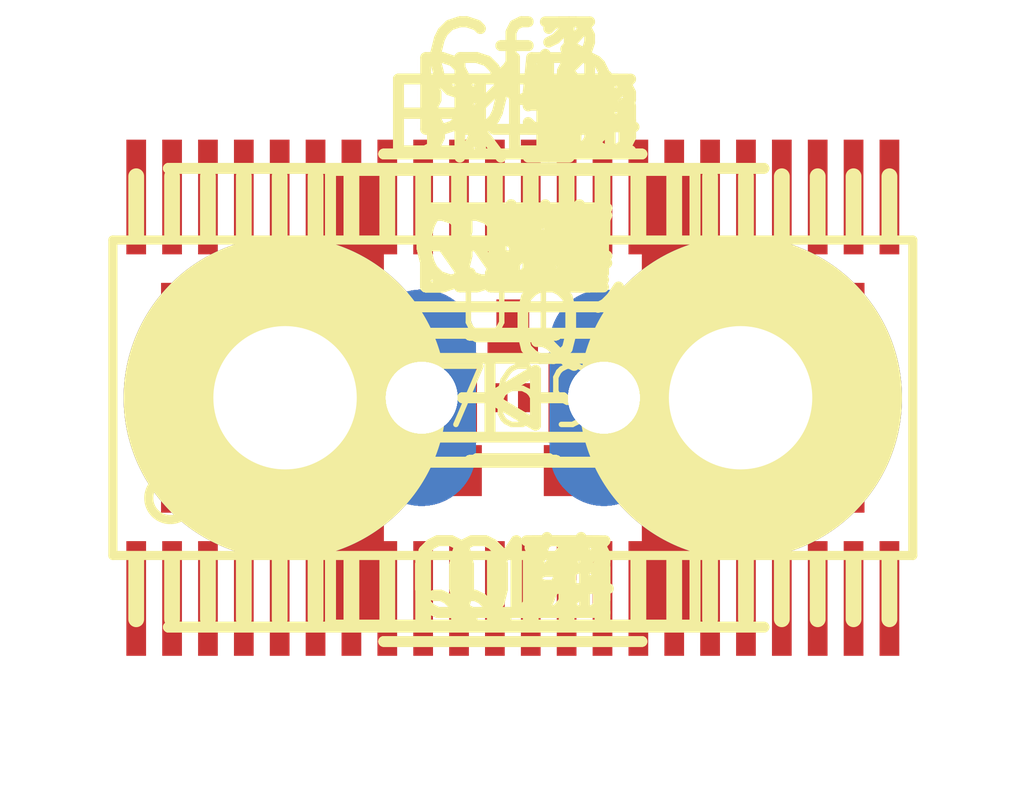
<source format=kicad_pcb>
(kicad_pcb (version 4) (host pcbnew 2015.08.03-3.rev6041.fc23-product)
  (layers (0 F.Cu signal) (31 B.Cu signal) (34 B.Paste user) (35 F.Paste user) (36 B.SilkS user) (37 F.SilkS user) (38 B.Mask user) (39 F.Mask user) (44 Edge.Cuts user))
  (net 0 "")
  (net 1 /Battery_pack/BatteryVC2-3/VC_0d)
  (net 2 /Battery_pack/BatteryVC0-1/Rx)
  (net 3 /Battery_pack/BatteryVC3-4/VC_0d)
  (net 4 /Battery_pack/VC4)
  (net 5 /Battery_pack/A)
  (net 6 "/Battery_pack/BatteryVC4-5/Battery cell/-B")
  (net 7 /Battery_pack/BatteryVC7-8/VC_0d)
  (net 8 /Battery_pack/BatteryVC6-7/VC_0d)
  (net 9 /Battery_pack/BatteryVC5b-6/Rx)
  (net 10 "/Battery_pack/BatteryVC5b-6/Battery cell/-B")
  (net 11 "/Battery_pack/BatteryVC0-1/Battery cell/-B")
  (net 12 /Battery_pack/BatteryVC8-9/VC_0d)
  (net 13 /Battery_pack/VC9)
  (net 14 /Battery_pack/B)
  (net 15 "/Battery_pack/BatteryVC9-10/Battery cell/-B")
  (net 16 "/Battery_pack/BatteryVC10B-11/Battery cell/-B")
  (net 17 /Battery_pack/Battery12-13/VC_0d)
  (net 18 /Battery_pack/BatteryVC13-14/VC_0d)
  (net 19 /Battery_pack/VC14)
  (net 20 +BATT)
  (net 21 "/Battery_pack/BattertyVC14-15/Battery cell/-B")
  (net 22 -BATT_In)
  (net 23 "/NTC Temp monitor/Temp1_in")
  (net 24 "/NTC Temp monitor/Temp3_in")
  (net 25 "/NTC Temp monitor/Temp2_in")
  (net 26 /Vcc)
  (net 27 "Net-(C5-Pad1)")
  (net 28 "Net-(C6-Pad1)")
  (net 29 "Net-(C7-Pad2)")
  (net 30 "Net-(C8-Pad2)")
  (net 31 "Net-(C11-Pad1)")
  (net 32 "Net-(C10-Pad2)")
  (net 33 /Battery_pack/VC5)
  (net 34 /Battery_pack/VC6)
  (net 35 /Battery_pack/VC1)
  (net 36 /Battery_pack/VC2)
  (net 37 /Battery_pack/VC3)
  (net 38 /Battery_pack/VC10)
  (net 39 /Battery_pack/VC7)
  (net 40 /Battery_pack/BatteryVC10B-11/VC0_cap)
  (net 41 /Battery_pack/VC11)
  (net 42 /Battery_pack/VC15)
  (net 43 /Battery_pack/VC8)
  (net 44 /Battery_pack/VC12)
  (net 45 /Battery_pack/VC13)
  (net 46 /Battery_pack/VC0)
  (net 47 /Battery_pack/VC10b)
  (net 48 /Battery_pack/VC5b)
  (net 49 /BATT)
  (net 50 "Net-(D1-Pad2)")
  (net 51 "Net-(D1-Pad1)")
  (net 52 "Net-(D2-Pad1)")
  (net 53 "Net-(D2-Pad2)")
  (net 54 "Net-(D4-Pad2)")
  (net 55 "Net-(D20-Pad2)")
  (net 56 "Net-(D21-Pad2)")
  (net 57 "Net-(D22-Pad2)")
  (net 58 "Net-(D23-Pad2)")
  (net 59 "Net-(D24-Pad2)")
  (net 60 "Net-(D25-Pad2)")
  (net 61 "Net-(D26-Pad2)")
  (net 62 "Net-(D27-Pad2)")
  (net 63 "Net-(D28-Pad2)")
  (net 64 "Net-(D29-Pad2)")
  (net 65 "Net-(D30-Pad2)")
  (net 66 "Net-(D31-Pad2)")
  (net 67 "Net-(D32-Pad2)")
  (net 68 "Net-(D33-Pad2)")
  (net 69 "Net-(D34-Pad2)")
  (net 70 /CHG)
  (net 71 /ALERT)
  (module Connect:PINHEAD1-2 (layer F.Cu) (at 148.5011 105.0036)
    (fp_text reference BT1 (at 0 -3.9) (layer F.SilkS))
    (fp_text value BATTERY)
    (pad 1 thru_hole oval (at -1.27 0) (size 1.50622 3.01498) (drill 0.99822) (layers *.Cu *.Mask) (net 1 /Battery_pack/BatteryVC2-3/VC_0d))
    (pad 2 thru_hole oval (at 1.27 0) (size 1.50622 3.01498) (drill 0.99822) (layers *.Cu *.Mask) (net 2 /Battery_pack/BatteryVC0-1/Rx))
  )
  (module Connect:PINHEAD1-2 (layer F.Cu) (at 148.5011 105.0036)
    (fp_text reference BT2 (at 0 -3.9) (layer F.SilkS))
    (fp_text value BATTERY)
    (pad 1 thru_hole oval (at -1.27 0) (size 1.50622 3.01498) (drill 0.99822) (layers *.Cu *.Mask) (net 3 /Battery_pack/BatteryVC3-4/VC_0d))
    (pad 2 thru_hole oval (at 1.27 0) (size 1.50622 3.01498) (drill 0.99822) (layers *.Cu *.Mask) (net 1 /Battery_pack/BatteryVC2-3/VC_0d))
  )
  (module Connect:PINHEAD1-2 (layer F.Cu) (at 148.5011 105.0036)
    (fp_text reference BT3 (at 0 -3.9) (layer F.SilkS))
    (fp_text value BATTERY)
    (pad 1 thru_hole oval (at -1.27 0) (size 1.50622 3.01498) (drill 0.99822) (layers *.Cu *.Mask) (net 4 /Battery_pack/VC4))
    (pad 2 thru_hole oval (at 1.27 0) (size 1.50622 3.01498) (drill 0.99822) (layers *.Cu *.Mask) (net 3 /Battery_pack/BatteryVC3-4/VC_0d))
  )
  (module Connect:PINHEAD1-2 (layer F.Cu) (at 148.5011 105.0036)
    (fp_text reference BT4 (at 0 -3.9) (layer F.SilkS))
    (fp_text value BATTERY)
    (pad 1 thru_hole oval (at -1.27 0) (size 1.50622 3.01498) (drill 0.99822) (layers *.Cu *.Mask) (net 5 /Battery_pack/A))
    (pad 2 thru_hole oval (at 1.27 0) (size 1.50622 3.01498) (drill 0.99822) (layers *.Cu *.Mask) (net 6 "/Battery_pack/BatteryVC4-5/Battery cell/-B"))
  )
  (module Connect:PINHEAD1-2 (layer F.Cu) (at 148.5011 105.0036)
    (fp_text reference BT5 (at 0 -3.9) (layer F.SilkS))
    (fp_text value BATTERY)
    (pad 1 thru_hole oval (at -1.27 0) (size 1.50622 3.01498) (drill 0.99822) (layers *.Cu *.Mask) (net 7 /Battery_pack/BatteryVC7-8/VC_0d))
    (pad 2 thru_hole oval (at 1.27 0) (size 1.50622 3.01498) (drill 0.99822) (layers *.Cu *.Mask) (net 8 /Battery_pack/BatteryVC6-7/VC_0d))
  )
  (module Connect:PINHEAD1-2 (layer F.Cu) (at 148.5011 105.0036)
    (fp_text reference BT6 (at 0 -3.9) (layer F.SilkS))
    (fp_text value BATTERY)
    (pad 1 thru_hole oval (at -1.27 0) (size 1.50622 3.01498) (drill 0.99822) (layers *.Cu *.Mask) (net 9 /Battery_pack/BatteryVC5b-6/Rx))
    (pad 2 thru_hole oval (at 1.27 0) (size 1.50622 3.01498) (drill 0.99822) (layers *.Cu *.Mask) (net 10 "/Battery_pack/BatteryVC5b-6/Battery cell/-B"))
  )
  (module Connect:PINHEAD1-2 (layer F.Cu) (at 148.5011 105.0036)
    (fp_text reference BT7 (at 0 -3.9) (layer F.SilkS))
    (fp_text value BATTERY)
    (pad 1 thru_hole oval (at -1.27 0) (size 1.50622 3.01498) (drill 0.99822) (layers *.Cu *.Mask) (net 2 /Battery_pack/BatteryVC0-1/Rx))
    (pad 2 thru_hole oval (at 1.27 0) (size 1.50622 3.01498) (drill 0.99822) (layers *.Cu *.Mask) (net 11 "/Battery_pack/BatteryVC0-1/Battery cell/-B"))
  )
  (module Connect:PINHEAD1-2 (layer F.Cu) (at 148.5011 105.0036)
    (fp_text reference BT8 (at 0 -3.9) (layer F.SilkS))
    (fp_text value BATTERY)
    (pad 1 thru_hole oval (at -1.27 0) (size 1.50622 3.01498) (drill 0.99822) (layers *.Cu *.Mask) (net 12 /Battery_pack/BatteryVC8-9/VC_0d))
    (pad 2 thru_hole oval (at 1.27 0) (size 1.50622 3.01498) (drill 0.99822) (layers *.Cu *.Mask) (net 7 /Battery_pack/BatteryVC7-8/VC_0d))
  )
  (module Connect:PINHEAD1-2 (layer F.Cu) (at 148.5011 105.0036)
    (fp_text reference BT9 (at 0 -3.9) (layer F.SilkS))
    (fp_text value BATTERY)
    (pad 1 thru_hole oval (at -1.27 0) (size 1.50622 3.01498) (drill 0.99822) (layers *.Cu *.Mask) (net 13 /Battery_pack/VC9))
    (pad 2 thru_hole oval (at 1.27 0) (size 1.50622 3.01498) (drill 0.99822) (layers *.Cu *.Mask) (net 12 /Battery_pack/BatteryVC8-9/VC_0d))
  )
  (module Connect:PINHEAD1-2 (layer F.Cu) (at 148.5011 105.0036)
    (fp_text reference BT10 (at 0 -3.9) (layer F.SilkS))
    (fp_text value BATTERY)
    (pad 1 thru_hole oval (at -1.27 0) (size 1.50622 3.01498) (drill 0.99822) (layers *.Cu *.Mask) (net 14 /Battery_pack/B))
    (pad 2 thru_hole oval (at 1.27 0) (size 1.50622 3.01498) (drill 0.99822) (layers *.Cu *.Mask) (net 15 "/Battery_pack/BatteryVC9-10/Battery cell/-B"))
  )
  (module Connect:PINHEAD1-2 (layer F.Cu) (at 148.5011 105.0036)
    (fp_text reference BT11 (at 0 -3.9) (layer F.SilkS))
    (fp_text value BATTERY)
    (pad 1 thru_hole oval (at -1.27 0) (size 1.50622 3.01498) (drill 0.99822) (layers *.Cu *.Mask) (net 14 /Battery_pack/B))
    (pad 2 thru_hole oval (at 1.27 0) (size 1.50622 3.01498) (drill 0.99822) (layers *.Cu *.Mask) (net 16 "/Battery_pack/BatteryVC10B-11/Battery cell/-B"))
  )
  (module Connect:PINHEAD1-2 (layer F.Cu) (at 148.5011 105.0036)
    (fp_text reference BT12 (at 0 -3.9) (layer F.SilkS))
    (fp_text value BATTERY)
    (pad 1 thru_hole oval (at -1.27 0) (size 1.50622 3.01498) (drill 0.99822) (layers *.Cu *.Mask) (net 17 /Battery_pack/Battery12-13/VC_0d))
    (pad 2 thru_hole oval (at 1.27 0) (size 1.50622 3.01498) (drill 0.99822) (layers *.Cu *.Mask) (net 14 /Battery_pack/B))
  )
  (module Connect:PINHEAD1-2 (layer F.Cu) (at 148.5011 105.0036)
    (fp_text reference BT13 (at 0 -3.9) (layer F.SilkS))
    (fp_text value BATTERY)
    (pad 1 thru_hole oval (at -1.27 0) (size 1.50622 3.01498) (drill 0.99822) (layers *.Cu *.Mask) (net 18 /Battery_pack/BatteryVC13-14/VC_0d))
    (pad 2 thru_hole oval (at 1.27 0) (size 1.50622 3.01498) (drill 0.99822) (layers *.Cu *.Mask) (net 17 /Battery_pack/Battery12-13/VC_0d))
  )
  (module Connect:PINHEAD1-2 (layer F.Cu) (at 148.5011 105.0036)
    (fp_text reference BT14 (at 0 -3.9) (layer F.SilkS))
    (fp_text value BATTERY)
    (pad 1 thru_hole oval (at -1.27 0) (size 1.50622 3.01498) (drill 0.99822) (layers *.Cu *.Mask) (net 19 /Battery_pack/VC14))
    (pad 2 thru_hole oval (at 1.27 0) (size 1.50622 3.01498) (drill 0.99822) (layers *.Cu *.Mask) (net 18 /Battery_pack/BatteryVC13-14/VC_0d))
  )
  (module Connect:PINHEAD1-2 (layer F.Cu) (at 148.5011 105.0036)
    (fp_text reference BT15 (at 0 -3.9) (layer F.SilkS))
    (fp_text value BATTERY)
    (pad 1 thru_hole oval (at -1.27 0) (size 1.50622 3.01498) (drill 0.99822) (layers *.Cu *.Mask) (net 20 +BATT))
    (pad 2 thru_hole oval (at 1.27 0) (size 1.50622 3.01498) (drill 0.99822) (layers *.Cu *.Mask) (net 21 "/Battery_pack/BattertyVC14-15/Battery cell/-B"))
  )
  (module Capacitors_SMD:C_0805 (layer F.Cu) (at 148.5011 105.0036)
    (fp_text reference C1 (at 0 -2.1) (layer F.SilkS))
    (fp_text value 4.7)
    (pad 1 smd rect (at -1 0) (size 1 1.25) (layers F.Cu F.Paste F.Mask) (net 22 -BATT_In))
    (pad 2 smd rect (at 1 0) (size 1 1.25) (layers F.Cu F.Paste F.Mask) (net 23 "/NTC Temp monitor/Temp1_in"))
  )
  (module Capacitors_SMD:C_0805 (layer F.Cu) (at 148.5011 105.0036)
    (fp_text reference C2 (at 0 -2.1) (layer F.SilkS))
    (fp_text value 4.7)
    (pad 1 smd rect (at -1 0) (size 1 1.25) (layers F.Cu F.Paste F.Mask) (net 14 /Battery_pack/B))
    (pad 2 smd rect (at 1 0) (size 1 1.25) (layers F.Cu F.Paste F.Mask) (net 24 "/NTC Temp monitor/Temp3_in"))
  )
  (module Capacitors_SMD:C_0805 (layer F.Cu) (at 148.5011 105.0036)
    (fp_text reference C3 (at 0 -2.1) (layer F.SilkS))
    (fp_text value 4.7)
    (pad 1 smd rect (at -1 0) (size 1 1.25) (layers F.Cu F.Paste F.Mask) (net 5 /Battery_pack/A))
    (pad 2 smd rect (at 1 0) (size 1 1.25) (layers F.Cu F.Paste F.Mask) (net 25 "/NTC Temp monitor/Temp2_in"))
  )
  (module Capacitors_SMD:C_0805 (layer F.Cu) (at 148.5011 105.0036)
    (fp_text reference C4 (at 0 -2.1) (layer F.SilkS))
    (fp_text value 4.7)
    (pad 1 smd rect (at -1 0) (size 1 1.25) (layers F.Cu F.Paste F.Mask) (net 26 /Vcc))
    (pad 2 smd rect (at 1 0) (size 1 1.25) (layers F.Cu F.Paste F.Mask) (net 22 -BATT_In))
  )
  (module Capacitors_SMD:C_0805 (layer F.Cu) (at 148.5011 105.0036)
    (fp_text reference C5 (at 0 -2.1) (layer F.SilkS))
    (fp_text value 1u)
    (pad 1 smd rect (at -1 0) (size 1 1.25) (layers F.Cu F.Paste F.Mask) (net 27 "Net-(C5-Pad1)"))
    (pad 2 smd rect (at 1 0) (size 1 1.25) (layers F.Cu F.Paste F.Mask) (net 22 -BATT_In))
  )
  (module Capacitors_SMD:C_0805 (layer F.Cu) (at 148.5011 105.0036)
    (fp_text reference C6 (at 0 -2.1) (layer F.SilkS))
    (fp_text value 0.1u)
    (pad 1 smd rect (at -1 0) (size 1 1.25) (layers F.Cu F.Paste F.Mask) (net 28 "Net-(C6-Pad1)"))
    (pad 2 smd rect (at 1 0) (size 1 1.25) (layers F.Cu F.Paste F.Mask) (net 22 -BATT_In))
  )
  (module Capacitors_SMD:C_0805 (layer F.Cu) (at 148.5011 105.0036)
    (fp_text reference C7 (at 0 -2.1) (layer F.SilkS))
    (fp_text value 1u)
    (pad 1 smd rect (at -1 0) (size 1 1.25) (layers F.Cu F.Paste F.Mask) (net 5 /Battery_pack/A))
    (pad 2 smd rect (at 1 0) (size 1 1.25) (layers F.Cu F.Paste F.Mask) (net 29 "Net-(C7-Pad2)"))
  )
  (module Capacitors_SMD:C_0805 (layer F.Cu) (at 148.5011 105.0036)
    (fp_text reference C8 (at 0 -2.1) (layer F.SilkS))
    (fp_text value 1u)
    (pad 1 smd rect (at -1 0) (size 1 1.25) (layers F.Cu F.Paste F.Mask) (net 14 /Battery_pack/B))
    (pad 2 smd rect (at 1 0) (size 1 1.25) (layers F.Cu F.Paste F.Mask) (net 30 "Net-(C8-Pad2)"))
  )
  (module Capacitors_SMD:C_0805 (layer F.Cu) (at 148.5011 105.0036)
    (fp_text reference C9 (at 0 -2.1) (layer F.SilkS))
    (fp_text value 0.1u)
    (pad 1 smd rect (at -1 0) (size 1 1.25) (layers F.Cu F.Paste F.Mask) (net 31 "Net-(C11-Pad1)"))
    (pad 2 smd rect (at 1 0) (size 1 1.25) (layers F.Cu F.Paste F.Mask) (net 28 "Net-(C6-Pad1)"))
  )
  (module Capacitors_SMD:C_0805 (layer F.Cu) (at 148.5011 105.0036)
    (fp_text reference C10 (at 0 -2.1) (layer F.SilkS))
    (fp_text value 4,7)
    (pad 1 smd rect (at -1 0) (size 1 1.25) (layers F.Cu F.Paste F.Mask) (net 22 -BATT_In))
    (pad 2 smd rect (at 1 0) (size 1 1.25) (layers F.Cu F.Paste F.Mask) (net 32 "Net-(C10-Pad2)"))
  )
  (module Capacitors_SMD:C_0805 (layer F.Cu) (at 148.5011 105.0036)
    (fp_text reference C11 (at 0 -2.1) (layer F.SilkS))
    (fp_text value 0.1u)
    (pad 1 smd rect (at -1 0) (size 1 1.25) (layers F.Cu F.Paste F.Mask) (net 31 "Net-(C11-Pad1)"))
    (pad 2 smd rect (at 1 0) (size 1 1.25) (layers F.Cu F.Paste F.Mask) (net 22 -BATT_In))
  )
  (module Capacitors_SMD:C_0805 (layer F.Cu) (at 148.5011 105.0036)
    (fp_text reference C12 (at 0 -2.1) (layer F.SilkS))
    (fp_text value 10u)
    (pad 1 smd rect (at -1 0) (size 1 1.25) (layers F.Cu F.Paste F.Mask) (net 4 /Battery_pack/VC4))
    (pad 2 smd rect (at 1 0) (size 1 1.25) (layers F.Cu F.Paste F.Mask) (net 33 /Battery_pack/VC5))
  )
  (module Capacitors_SMD:C_0805 (layer F.Cu) (at 148.5011 105.0036)
    (fp_text reference C13 (at 0 -2.1) (layer F.SilkS))
    (fp_text value 10u)
    (pad 1 smd rect (at -1 0) (size 1 1.25) (layers F.Cu F.Paste F.Mask) (net 5 /Battery_pack/A))
    (pad 2 smd rect (at 1 0) (size 1 1.25) (layers F.Cu F.Paste F.Mask) (net 34 /Battery_pack/VC6))
  )
  (module Capacitors_SMD:C_0805 (layer F.Cu) (at 148.5011 105.0036)
    (fp_text reference C14 (at 0 -2.1) (layer F.SilkS))
    (fp_text value 10u)
    (pad 1 smd rect (at -1 0) (size 1 1.25) (layers F.Cu F.Paste F.Mask) (net 22 -BATT_In))
    (pad 2 smd rect (at 1 0) (size 1 1.25) (layers F.Cu F.Paste F.Mask) (net 35 /Battery_pack/VC1))
  )
  (module Capacitors_SMD:C_0805 (layer F.Cu) (at 148.5011 105.0036)
    (fp_text reference C15 (at 0 -2.1) (layer F.SilkS))
    (fp_text value 10u)
    (pad 1 smd rect (at -1 0) (size 1 1.25) (layers F.Cu F.Paste F.Mask) (net 35 /Battery_pack/VC1))
    (pad 2 smd rect (at 1 0) (size 1 1.25) (layers F.Cu F.Paste F.Mask) (net 36 /Battery_pack/VC2))
  )
  (module Capacitors_SMD:C_0805 (layer F.Cu) (at 148.5011 105.0036)
    (fp_text reference C16 (at 0 -2.1) (layer F.SilkS))
    (fp_text value 10u)
    (pad 1 smd rect (at -1 0) (size 1 1.25) (layers F.Cu F.Paste F.Mask) (net 36 /Battery_pack/VC2))
    (pad 2 smd rect (at 1 0) (size 1 1.25) (layers F.Cu F.Paste F.Mask) (net 37 /Battery_pack/VC3))
  )
  (module Capacitors_SMD:C_0805 (layer F.Cu) (at 148.5011 105.0036)
    (fp_text reference C17 (at 0 -2.1) (layer F.SilkS))
    (fp_text value 10u)
    (pad 1 smd rect (at -1 0) (size 1 1.25) (layers F.Cu F.Paste F.Mask) (net 37 /Battery_pack/VC3))
    (pad 2 smd rect (at 1 0) (size 1 1.25) (layers F.Cu F.Paste F.Mask) (net 4 /Battery_pack/VC4))
  )
  (module Capacitors_SMD:C_0805 (layer F.Cu) (at 148.5011 105.0036)
    (fp_text reference C18 (at 0 -2.1) (layer F.SilkS))
    (fp_text value 10u)
    (pad 1 smd rect (at -1 0) (size 1 1.25) (layers F.Cu F.Paste F.Mask) (net 13 /Battery_pack/VC9))
    (pad 2 smd rect (at 1 0) (size 1 1.25) (layers F.Cu F.Paste F.Mask) (net 38 /Battery_pack/VC10))
  )
  (module Capacitors_SMD:C_0805 (layer F.Cu) (at 148.5011 105.0036)
    (fp_text reference C19 (at 0 -2.1) (layer F.SilkS))
    (fp_text value 10u)
    (pad 1 smd rect (at -1 0) (size 1 1.25) (layers F.Cu F.Paste F.Mask) (net 34 /Battery_pack/VC6))
    (pad 2 smd rect (at 1 0) (size 1 1.25) (layers F.Cu F.Paste F.Mask) (net 39 /Battery_pack/VC7))
  )
  (module Capacitors_SMD:C_0805 (layer F.Cu) (at 148.5011 105.0036)
    (fp_text reference C20 (at 0 -2.1) (layer F.SilkS))
    (fp_text value 10u)
    (pad 1 smd rect (at -1 0) (size 1 1.25) (layers F.Cu F.Paste F.Mask) (net 40 /Battery_pack/BatteryVC10B-11/VC0_cap))
    (pad 2 smd rect (at 1 0) (size 1 1.25) (layers F.Cu F.Paste F.Mask) (net 41 /Battery_pack/VC11))
  )
  (module Capacitors_SMD:C_0805 (layer F.Cu) (at 148.5011 105.0036)
    (fp_text reference C21 (at 0 -2.1) (layer F.SilkS))
    (fp_text value 10u)
    (pad 1 smd rect (at -1 0) (size 1 1.25) (layers F.Cu F.Paste F.Mask) (net 19 /Battery_pack/VC14))
    (pad 2 smd rect (at 1 0) (size 1 1.25) (layers F.Cu F.Paste F.Mask) (net 42 /Battery_pack/VC15))
  )
  (module Capacitors_SMD:C_0805 (layer F.Cu) (at 148.5011 105.0036)
    (fp_text reference C22 (at 0 -2.1) (layer F.SilkS))
    (fp_text value 10u)
    (pad 1 smd rect (at -1 0) (size 1 1.25) (layers F.Cu F.Paste F.Mask) (net 39 /Battery_pack/VC7))
    (pad 2 smd rect (at 1 0) (size 1 1.25) (layers F.Cu F.Paste F.Mask) (net 43 /Battery_pack/VC8))
  )
  (module Capacitors_SMD:C_0805 (layer F.Cu) (at 148.5011 105.0036)
    (fp_text reference C23 (at 0 -2.1) (layer F.SilkS))
    (fp_text value 10u)
    (pad 1 smd rect (at -1 0) (size 1 1.25) (layers F.Cu F.Paste F.Mask) (net 43 /Battery_pack/VC8))
    (pad 2 smd rect (at 1 0) (size 1 1.25) (layers F.Cu F.Paste F.Mask) (net 13 /Battery_pack/VC9))
  )
  (module Capacitors_SMD:C_0805 (layer F.Cu) (at 148.5011 105.0036)
    (fp_text reference C26 (at 0 -2.1) (layer F.SilkS))
    (fp_text value 10u)
    (pad 1 smd rect (at -1 0) (size 1 1.25) (layers F.Cu F.Paste F.Mask) (net 41 /Battery_pack/VC11))
    (pad 2 smd rect (at 1 0) (size 1 1.25) (layers F.Cu F.Paste F.Mask) (net 44 /Battery_pack/VC12))
  )
  (module Capacitors_SMD:C_0805 (layer F.Cu) (at 148.5011 105.0036)
    (fp_text reference C27 (at 0 -2.1) (layer F.SilkS))
    (fp_text value 10u)
    (pad 1 smd rect (at -1 0) (size 1 1.25) (layers F.Cu F.Paste F.Mask) (net 44 /Battery_pack/VC12))
    (pad 2 smd rect (at 1 0) (size 1 1.25) (layers F.Cu F.Paste F.Mask) (net 45 /Battery_pack/VC13))
  )
  (module Capacitors_SMD:C_0805 (layer F.Cu) (at 148.5011 105.0036)
    (fp_text reference C28 (at 0 -2.1) (layer F.SilkS))
    (fp_text value 10u)
    (pad 1 smd rect (at -1 0) (size 1 1.25) (layers F.Cu F.Paste F.Mask) (net 45 /Battery_pack/VC13))
    (pad 2 smd rect (at 1 0) (size 1 1.25) (layers F.Cu F.Paste F.Mask) (net 19 /Battery_pack/VC14))
  )
  (module Capacitors_SMD:C_0805 (layer F.Cu) (at 148.5011 105.0036)
    (fp_text reference Cc1 (at 0 -2.1) (layer F.SilkS))
    (fp_text value 10u)
    (pad 1 smd rect (at -1 0) (size 1 1.25) (layers F.Cu F.Paste F.Mask) (net 46 /Battery_pack/VC0))
    (pad 2 smd rect (at 1 0) (size 1 1.25) (layers F.Cu F.Paste F.Mask) (net 22 -BATT_In))
  )
  (module Capacitors_SMD:C_0805 (layer F.Cu) (at 148.5011 105.0036)
    (fp_text reference Cc2 (at 0 -2.1) (layer F.SilkS))
    (fp_text value 10u)
    (pad 1 smd rect (at -1 0) (size 1 1.25) (layers F.Cu F.Paste F.Mask) (net 14 /Battery_pack/B))
    (pad 2 smd rect (at 1 0) (size 1 1.25) (layers F.Cu F.Paste F.Mask) (net 47 /Battery_pack/VC10b))
  )
  (module Capacitors_SMD:C_0805 (layer F.Cu) (at 148.5011 105.0036)
    (fp_text reference Cc3 (at 0 -2.1) (layer F.SilkS))
    (fp_text value 1ou)
    (pad 1 smd rect (at -1 0) (size 1 1.25) (layers F.Cu F.Paste F.Mask) (net 48 /Battery_pack/VC5b))
    (pad 2 smd rect (at 1 0) (size 1 1.25) (layers F.Cu F.Paste F.Mask) (net 5 /Battery_pack/A))
  )
  (module Capacitors_SMD:C_1825 (layer F.Cu) (at 148.5011 105.0036)
    (fp_text reference Cf1 (at 0 -4.7) (layer F.SilkS))
    (fp_text value 40u)
    (pad 1 smd rect (at -2.3 0) (size 1 6.35) (layers F.Cu F.Paste F.Mask) (net 22 -BATT_In))
    (pad 2 smd rect (at 2.3 0) (size 1 6.35) (layers F.Cu F.Paste F.Mask) (net 5 /Battery_pack/A))
  )
  (module Capacitors_SMD:C_1825 (layer F.Cu) (at 148.5011 105.0036)
    (fp_text reference Cf2 (at 0 -4.7) (layer F.SilkS))
    (fp_text value 40u)
    (pad 1 smd rect (at -2.3 0) (size 1 6.35) (layers F.Cu F.Paste F.Mask) (net 5 /Battery_pack/A))
    (pad 2 smd rect (at 2.3 0) (size 1 6.35) (layers F.Cu F.Paste F.Mask) (net 14 /Battery_pack/B))
  )
  (module Capacitors_SMD:C_1825 (layer F.Cu) (at 148.5011 105.0036)
    (fp_text reference Cf3 (at 0 -4.7) (layer F.SilkS))
    (fp_text value 40u)
    (pad 1 smd rect (at -2.3 0) (size 1 6.35) (layers F.Cu F.Paste F.Mask) (net 14 /Battery_pack/B))
    (pad 2 smd rect (at 2.3 0) (size 1 6.35) (layers F.Cu F.Paste F.Mask) (net 49 /BATT))
  )
  (module Diodes_SMD:Diode-DO-214AB (layer F.Cu) (at 148.5011 105.0036)
    (fp_text reference D1 (at 0 -4.2) (layer F.SilkS))
    (fp_text value DIODE)
    (pad 2 smd rect (at 3.6 0) (size 2.6 3.2) (layers F.Cu F.Paste F.Mask) (net 50 "Net-(D1-Pad2)"))
    (pad 1 smd rect (at -3.6 0) (size 2.6 3.2) (layers F.Cu F.Paste F.Mask) (net 51 "Net-(D1-Pad1)"))
  )
  (module Diodes_SMD:SOD-123 (layer F.Cu) (at 148.5011 105.0036)
    (fp_text reference D2 (at 0 -2) (layer F.SilkS))
    (fp_text value ZENER)
    (pad 1 smd rect (at -1.635 0) (size 0.91 1.22) (layers F.Cu F.Paste F.Mask) (net 52 "Net-(D2-Pad1)"))
    (pad 2 smd rect (at 1.635 0) (size 0.91 1.22) (layers F.Cu F.Paste F.Mask) (net 53 "Net-(D2-Pad2)"))
  )
  (module Diodes_SMD:SOD-123 (layer F.Cu) (at 148.5011 105.0036)
    (fp_text reference D3 (at 0 -2) (layer F.SilkS))
    (fp_text value ZENER)
    (pad 1 smd rect (at -1.635 0) (size 0.91 1.22) (layers F.Cu F.Paste F.Mask) (net 52 "Net-(D2-Pad1)"))
    (pad 2 smd rect (at 1.635 0) (size 0.91 1.22) (layers F.Cu F.Paste F.Mask) (net 51 "Net-(D1-Pad1)"))
  )
  (module Diodes_SMD:Diode-DO-214AB (layer F.Cu) (at 148.5011 105.0036)
    (fp_text reference D4 (at 0 -4.2) (layer F.SilkS))
    (fp_text value 100V)
    (pad 2 smd rect (at 3.6 0) (size 2.6 3.2) (layers F.Cu F.Paste F.Mask) (net 54 "Net-(D4-Pad2)"))
    (pad 1 smd rect (at -3.6 0) (size 2.6 3.2) (layers F.Cu F.Paste F.Mask) (net 51 "Net-(D1-Pad1)"))
  )
  (module Diodes_SMD:Diode-DO-214AB (layer F.Cu) (at 148.5011 105.0036)
    (fp_text reference D5 (at 0 -4.2) (layer F.SilkS))
    (fp_text value DIODE)
    (pad 2 smd rect (at 3.6 0) (size 2.6 3.2) (layers F.Cu F.Paste F.Mask) (net 5 /Battery_pack/A))
    (pad 1 smd rect (at -3.6 0) (size 2.6 3.2) (layers F.Cu F.Paste F.Mask) (net 33 /Battery_pack/VC5))
  )
  (module Diodes_SMD:SOD-123 (layer F.Cu) (at 148.5011 105.0036)
    (fp_text reference D6 (at 0 -2) (layer F.SilkS))
    (fp_text value DIODESCH)
    (pad 1 smd rect (at -1.635 0) (size 0.91 1.22) (layers F.Cu F.Paste F.Mask) (net 14 /Battery_pack/B))
    (pad 2 smd rect (at 1.635 0) (size 0.91 1.22) (layers F.Cu F.Paste F.Mask) (net 45 /Battery_pack/VC13))
  )
  (module Diodes_SMD:SOD-123 (layer F.Cu) (at 148.5011 105.0036)
    (fp_text reference D7 (at 0 -2) (layer F.SilkS))
    (fp_text value DIODESCH)
    (pad 1 smd rect (at -1.635 0) (size 0.91 1.22) (layers F.Cu F.Paste F.Mask) (net 14 /Battery_pack/B))
    (pad 2 smd rect (at 1.635 0) (size 0.91 1.22) (layers F.Cu F.Paste F.Mask) (net 44 /Battery_pack/VC12))
  )
  (module Diodes_SMD:SOD-123 (layer F.Cu) (at 148.5011 105.0036)
    (fp_text reference D8 (at 0 -2) (layer F.SilkS))
    (fp_text value DIODESCH)
    (pad 1 smd rect (at -1.635 0) (size 0.91 1.22) (layers F.Cu F.Paste F.Mask) (net 5 /Battery_pack/A))
    (pad 2 smd rect (at 1.635 0) (size 0.91 1.22) (layers F.Cu F.Paste F.Mask) (net 48 /Battery_pack/VC5b))
  )
  (module Diodes_SMD:SOD-123 (layer F.Cu) (at 148.5011 105.0036)
    (fp_text reference D9 (at 0 -2) (layer F.SilkS))
    (fp_text value DIODESCH)
    (pad 1 smd rect (at -1.635 0) (size 0.91 1.22) (layers F.Cu F.Paste F.Mask) (net 5 /Battery_pack/A))
    (pad 2 smd rect (at 1.635 0) (size 0.91 1.22) (layers F.Cu F.Paste F.Mask) (net 43 /Battery_pack/VC8))
  )
  (module Diodes_SMD:SOD-123 (layer F.Cu) (at 148.5011 105.0036)
    (fp_text reference D10 (at 0 -2) (layer F.SilkS))
    (fp_text value DIODESCH)
    (pad 1 smd rect (at -1.635 0) (size 0.91 1.22) (layers F.Cu F.Paste F.Mask) (net 14 /Battery_pack/B))
    (pad 2 smd rect (at 1.635 0) (size 0.91 1.22) (layers F.Cu F.Paste F.Mask) (net 19 /Battery_pack/VC14))
  )
  (module Diodes_SMD:SOD-123 (layer F.Cu) (at 148.5011 105.0036)
    (fp_text reference D11 (at 0 -2) (layer F.SilkS))
    (fp_text value DIODESCH)
    (pad 1 smd rect (at -1.635 0) (size 0.91 1.22) (layers F.Cu F.Paste F.Mask) (net 14 /Battery_pack/B))
    (pad 2 smd rect (at 1.635 0) (size 0.91 1.22) (layers F.Cu F.Paste F.Mask) (net 41 /Battery_pack/VC11))
  )
  (module Diodes_SMD:SOD-123 (layer F.Cu) (at 148.5011 105.0036)
    (fp_text reference D12 (at 0 -2) (layer F.SilkS))
    (fp_text value DIODESCH)
    (pad 1 smd rect (at -1.635 0) (size 0.91 1.22) (layers F.Cu F.Paste F.Mask) (net 5 /Battery_pack/A))
    (pad 2 smd rect (at 1.635 0) (size 0.91 1.22) (layers F.Cu F.Paste F.Mask) (net 34 /Battery_pack/VC6))
  )
  (module Diodes_SMD:SOD-123 (layer F.Cu) (at 148.5011 105.0036)
    (fp_text reference D13 (at 0 -2) (layer F.SilkS))
    (fp_text value DIODESCH)
    (pad 1 smd rect (at -1.635 0) (size 0.91 1.22) (layers F.Cu F.Paste F.Mask) (net 5 /Battery_pack/A))
    (pad 2 smd rect (at 1.635 0) (size 0.91 1.22) (layers F.Cu F.Paste F.Mask) (net 13 /Battery_pack/VC9))
  )
  (module Diodes_SMD:SOD-123 (layer F.Cu) (at 148.5011 105.0036)
    (fp_text reference D14 (at 0 -2) (layer F.SilkS))
    (fp_text value DIODESCH)
    (pad 1 smd rect (at -1.635 0) (size 0.91 1.22) (layers F.Cu F.Paste F.Mask) (net 14 /Battery_pack/B))
    (pad 2 smd rect (at 1.635 0) (size 0.91 1.22) (layers F.Cu F.Paste F.Mask) (net 42 /Battery_pack/VC15))
  )
  (module Diodes_SMD:SOD-123 (layer F.Cu) (at 148.5011 105.0036)
    (fp_text reference D15 (at 0 -2) (layer F.SilkS))
    (fp_text value DIODESCH)
    (pad 1 smd rect (at -1.635 0) (size 0.91 1.22) (layers F.Cu F.Paste F.Mask) (net 14 /Battery_pack/B))
    (pad 2 smd rect (at 1.635 0) (size 0.91 1.22) (layers F.Cu F.Paste F.Mask) (net 47 /Battery_pack/VC10b))
  )
  (module Diodes_SMD:SOD-123 (layer F.Cu) (at 148.5011 105.0036)
    (fp_text reference D16 (at 0 -2) (layer F.SilkS))
    (fp_text value DIODESCH)
    (pad 1 smd rect (at -1.635 0) (size 0.91 1.22) (layers F.Cu F.Paste F.Mask) (net 5 /Battery_pack/A))
    (pad 2 smd rect (at 1.635 0) (size 0.91 1.22) (layers F.Cu F.Paste F.Mask) (net 39 /Battery_pack/VC7))
  )
  (module Diodes_SMD:SOD-123 (layer F.Cu) (at 148.5011 105.0036)
    (fp_text reference D17 (at 0 -2) (layer F.SilkS))
    (fp_text value DIODESCH)
    (pad 1 smd rect (at -1.635 0) (size 0.91 1.22) (layers F.Cu F.Paste F.Mask) (net 5 /Battery_pack/A))
    (pad 2 smd rect (at 1.635 0) (size 0.91 1.22) (layers F.Cu F.Paste F.Mask) (net 38 /Battery_pack/VC10))
  )
  (module Diodes_SMD:Diode-DO-214AB (layer F.Cu) (at 148.5011 105.0036)
    (fp_text reference D18 (at 0 -4.2) (layer F.SilkS))
    (fp_text value DIODE)
    (pad 2 smd rect (at 3.6 0) (size 2.6 3.2) (layers F.Cu F.Paste F.Mask) (net 14 /Battery_pack/B))
    (pad 1 smd rect (at -3.6 0) (size 2.6 3.2) (layers F.Cu F.Paste F.Mask) (net 38 /Battery_pack/VC10))
  )
  (module Diodes_SMD:Diode-DO-214AB (layer F.Cu) (at 148.5011 105.0036)
    (fp_text reference D19 (at 0 -4.2) (layer F.SilkS))
    (fp_text value DIODE)
    (pad 2 smd rect (at 3.6 0) (size 2.6 3.2) (layers F.Cu F.Paste F.Mask) (net 49 /BATT))
    (pad 1 smd rect (at -3.6 0) (size 2.6 3.2) (layers F.Cu F.Paste F.Mask) (net 42 /Battery_pack/VC15))
  )
  (module Diodes_SMD:SOD-123 (layer F.Cu) (at 148.5011 105.0036)
    (fp_text reference D20 (at 0 -2) (layer F.SilkS))
    (fp_text value 5,6)
    (pad 1 smd rect (at -1.635 0) (size 0.91 1.22) (layers F.Cu F.Paste F.Mask) (net 2 /Battery_pack/BatteryVC0-1/Rx))
    (pad 2 smd rect (at 1.635 0) (size 0.91 1.22) (layers F.Cu F.Paste F.Mask) (net 55 "Net-(D20-Pad2)"))
  )
  (module Diodes_SMD:SOD-123 (layer F.Cu) (at 148.5011 105.0036)
    (fp_text reference D21 (at 0 -2) (layer F.SilkS))
    (fp_text value 5,6)
    (pad 1 smd rect (at -1.635 0) (size 0.91 1.22) (layers F.Cu F.Paste F.Mask) (net 1 /Battery_pack/BatteryVC2-3/VC_0d))
    (pad 2 smd rect (at 1.635 0) (size 0.91 1.22) (layers F.Cu F.Paste F.Mask) (net 56 "Net-(D21-Pad2)"))
  )
  (module Diodes_SMD:SOD-123 (layer F.Cu) (at 148.5011 105.0036)
    (fp_text reference D22 (at 0 -2) (layer F.SilkS))
    (fp_text value 5,6)
    (pad 1 smd rect (at -1.635 0) (size 0.91 1.22) (layers F.Cu F.Paste F.Mask) (net 3 /Battery_pack/BatteryVC3-4/VC_0d))
    (pad 2 smd rect (at 1.635 0) (size 0.91 1.22) (layers F.Cu F.Paste F.Mask) (net 57 "Net-(D22-Pad2)"))
  )
  (module Diodes_SMD:SOD-123 (layer F.Cu) (at 148.5011 105.0036)
    (fp_text reference D23 (at 0 -2) (layer F.SilkS))
    (fp_text value 5,6)
    (pad 1 smd rect (at -1.635 0) (size 0.91 1.22) (layers F.Cu F.Paste F.Mask) (net 6 "/Battery_pack/BatteryVC4-5/Battery cell/-B"))
    (pad 2 smd rect (at 1.635 0) (size 0.91 1.22) (layers F.Cu F.Paste F.Mask) (net 58 "Net-(D23-Pad2)"))
  )
  (module Diodes_SMD:SOD-123 (layer F.Cu) (at 148.5011 105.0036)
    (fp_text reference D24 (at 0 -2) (layer F.SilkS))
    (fp_text value 5,6)
    (pad 1 smd rect (at -1.635 0) (size 0.91 1.22) (layers F.Cu F.Paste F.Mask) (net 8 /Battery_pack/BatteryVC6-7/VC_0d))
    (pad 2 smd rect (at 1.635 0) (size 0.91 1.22) (layers F.Cu F.Paste F.Mask) (net 59 "Net-(D24-Pad2)"))
  )
  (module Diodes_SMD:SOD-123 (layer F.Cu) (at 148.5011 105.0036)
    (fp_text reference D25 (at 0 -2) (layer F.SilkS))
    (fp_text value 5,6V)
    (pad 1 smd rect (at -1.635 0) (size 0.91 1.22) (layers F.Cu F.Paste F.Mask) (net 10 "/Battery_pack/BatteryVC5b-6/Battery cell/-B"))
    (pad 2 smd rect (at 1.635 0) (size 0.91 1.22) (layers F.Cu F.Paste F.Mask) (net 60 "Net-(D25-Pad2)"))
  )
  (module Diodes_SMD:SOD-123 (layer F.Cu) (at 148.5011 105.0036)
    (fp_text reference D26 (at 0 -2) (layer F.SilkS))
    (fp_text value 5,6V)
    (pad 1 smd rect (at -1.635 0) (size 0.91 1.22) (layers F.Cu F.Paste F.Mask) (net 11 "/Battery_pack/BatteryVC0-1/Battery cell/-B"))
    (pad 2 smd rect (at 1.635 0) (size 0.91 1.22) (layers F.Cu F.Paste F.Mask) (net 61 "Net-(D26-Pad2)"))
  )
  (module Diodes_SMD:SOD-123 (layer F.Cu) (at 148.5011 105.0036)
    (fp_text reference D27 (at 0 -2) (layer F.SilkS))
    (fp_text value 5,6)
    (pad 1 smd rect (at -1.635 0) (size 0.91 1.22) (layers F.Cu F.Paste F.Mask) (net 7 /Battery_pack/BatteryVC7-8/VC_0d))
    (pad 2 smd rect (at 1.635 0) (size 0.91 1.22) (layers F.Cu F.Paste F.Mask) (net 62 "Net-(D27-Pad2)"))
  )
  (module Diodes_SMD:SOD-123 (layer F.Cu) (at 148.5011 105.0036)
    (fp_text reference D28 (at 0 -2) (layer F.SilkS))
    (fp_text value 5,6)
    (pad 1 smd rect (at -1.635 0) (size 0.91 1.22) (layers F.Cu F.Paste F.Mask) (net 12 /Battery_pack/BatteryVC8-9/VC_0d))
    (pad 2 smd rect (at 1.635 0) (size 0.91 1.22) (layers F.Cu F.Paste F.Mask) (net 63 "Net-(D28-Pad2)"))
  )
  (module Diodes_SMD:SOD-123 (layer F.Cu) (at 148.5011 105.0036)
    (fp_text reference D29 (at 0 -2) (layer F.SilkS))
    (fp_text value 5,6)
    (pad 1 smd rect (at -1.635 0) (size 0.91 1.22) (layers F.Cu F.Paste F.Mask) (net 15 "/Battery_pack/BatteryVC9-10/Battery cell/-B"))
    (pad 2 smd rect (at 1.635 0) (size 0.91 1.22) (layers F.Cu F.Paste F.Mask) (net 64 "Net-(D29-Pad2)"))
  )
  (module Diodes_SMD:SOD-123 (layer F.Cu) (at 148.5011 105.0036)
    (fp_text reference D30 (at 0 -2) (layer F.SilkS))
    (fp_text value 5,6V)
    (pad 1 smd rect (at -1.635 0) (size 0.91 1.22) (layers F.Cu F.Paste F.Mask) (net 16 "/Battery_pack/BatteryVC10B-11/Battery cell/-B"))
    (pad 2 smd rect (at 1.635 0) (size 0.91 1.22) (layers F.Cu F.Paste F.Mask) (net 65 "Net-(D30-Pad2)"))
  )
  (module Diodes_SMD:SOD-123 (layer F.Cu) (at 148.5011 105.0036)
    (fp_text reference D31 (at 0 -2) (layer F.SilkS))
    (fp_text value 5,6)
    (pad 1 smd rect (at -1.635 0) (size 0.91 1.22) (layers F.Cu F.Paste F.Mask) (net 14 /Battery_pack/B))
    (pad 2 smd rect (at 1.635 0) (size 0.91 1.22) (layers F.Cu F.Paste F.Mask) (net 66 "Net-(D31-Pad2)"))
  )
  (module Diodes_SMD:SOD-123 (layer F.Cu) (at 148.5011 105.0036)
    (fp_text reference D32 (at 0 -2) (layer F.SilkS))
    (fp_text value 5,6)
    (pad 1 smd rect (at -1.635 0) (size 0.91 1.22) (layers F.Cu F.Paste F.Mask) (net 17 /Battery_pack/Battery12-13/VC_0d))
    (pad 2 smd rect (at 1.635 0) (size 0.91 1.22) (layers F.Cu F.Paste F.Mask) (net 67 "Net-(D32-Pad2)"))
  )
  (module Diodes_SMD:SOD-123 (layer F.Cu) (at 148.5011 105.0036)
    (fp_text reference D33 (at 0 -2) (layer F.SilkS))
    (fp_text value 5,6)
    (pad 1 smd rect (at -1.635 0) (size 0.91 1.22) (layers F.Cu F.Paste F.Mask) (net 18 /Battery_pack/BatteryVC13-14/VC_0d))
    (pad 2 smd rect (at 1.635 0) (size 0.91 1.22) (layers F.Cu F.Paste F.Mask) (net 68 "Net-(D33-Pad2)"))
  )
  (module Diodes_SMD:SOD-123 (layer F.Cu) (at 148.5011 105.0036)
    (fp_text reference D34 (at 0 -2) (layer F.SilkS))
    (fp_text value 5,6)
    (pad 1 smd rect (at -1.635 0) (size 0.91 1.22) (layers F.Cu F.Paste F.Mask) (net 21 "/Battery_pack/BattertyVC14-15/Battery cell/-B"))
    (pad 2 smd rect (at 1.635 0) (size 0.91 1.22) (layers F.Cu F.Paste F.Mask) (net 69 "Net-(D34-Pad2)"))
  )
  (module Wire_Pads:SolderWirePad_2x_2mmDrill (layer F.Cu) (at 148.5011 105.0036)
    (fp_text reference K1 (at 0 -3.81) (layer F.SilkS))
    (fp_text value XLR3)
    (pad 1 thru_hole circle (at -3.175 0) (size 4.50088 4.50088) (drill 1.99898) (layers *.Cu *.Mask F.SilkS) (net 70 /CHG))
    (pad 1 thru_hole circle (at 3.175 0) (size 4.50088 4.50088) (drill 1.99898) (layers *.Cu *.Mask F.SilkS) (net 70 /CHG))
  )
  (module Transistors_SMD:sc70 (layer F.Cu) (at 148.5011 105.0036)
    (fp_text reference Q1 (at 0.95 -1) (layer F.SilkS))
    (fp_text value BST82,215)
    (pad 1 smd rect (at -0.6604 1.016) (size 0.4572 0.7112) (layers F.Cu F.Paste F.Mask))
    (pad 2 smd rect (at 0.6604 1.016) (size 0.4572 0.7112) (layers F.Cu F.Paste F.Mask))
    (pad 3 smd rect (at 0 -1.016) (size 0.4572 0.7112) (layers F.Cu F.Paste F.Mask))
  )
  (module CRF1:DFB1006-4 (layer F.Cu) (at 148.5011 105.0036)
    (fp_text reference Q2 (at 0 2.54) (layer F.SilkS))
    (fp_text value MOSFET_N)
    (pad 1 smd rect (at 0 -0.7) (size 0.7 0.3) (layers F.Cu F.Paste F.Mask))
    (pad 2 smd rect (at -0.2 0) (size 0.25 0.4) (layers F.Cu F.Paste F.Mask))
    (pad 3 smd rect (at 0.2 0) (size 0.25 0.4) (layers F.Cu F.Paste F.Mask))
  )
  (module CRF1:DFB1006-4 (layer F.Cu) (at 148.5011 105.0036)
    (fp_text reference Q3 (at 0 2.54) (layer F.SilkS))
    (fp_text value MOSFET_N)
    (pad 1 smd rect (at 0 -0.7) (size 0.7 0.3) (layers F.Cu F.Paste F.Mask))
    (pad 2 smd rect (at -0.2 0) (size 0.25 0.4) (layers F.Cu F.Paste F.Mask))
    (pad 3 smd rect (at 0.2 0) (size 0.25 0.4) (layers F.Cu F.Paste F.Mask))
  )
  (module CRF1:DFB1006-4 (layer F.Cu) (at 148.5011 105.0036)
    (fp_text reference Q4 (at 0 2.54) (layer F.SilkS))
    (fp_text value MOSFET_N)
    (pad 1 smd rect (at 0 -0.7) (size 0.7 0.3) (layers F.Cu F.Paste F.Mask))
    (pad 2 smd rect (at -0.2 0) (size 0.25 0.4) (layers F.Cu F.Paste F.Mask))
    (pad 3 smd rect (at 0.2 0) (size 0.25 0.4) (layers F.Cu F.Paste F.Mask))
  )
  (module CRF1:DFB1006-4 (layer F.Cu) (at 148.5011 105.0036)
    (fp_text reference Q5 (at 0 2.54) (layer F.SilkS))
    (fp_text value MOSFET_N)
    (pad 1 smd rect (at 0 -0.7) (size 0.7 0.3) (layers F.Cu F.Paste F.Mask))
    (pad 2 smd rect (at -0.2 0) (size 0.25 0.4) (layers F.Cu F.Paste F.Mask))
    (pad 3 smd rect (at 0.2 0) (size 0.25 0.4) (layers F.Cu F.Paste F.Mask))
  )
  (module CRF1:DFB1006-4 (layer F.Cu) (at 148.5011 105.0036)
    (fp_text reference Q6 (at 0 2.54) (layer F.SilkS))
    (fp_text value MOSFET_N)
    (pad 1 smd rect (at 0 -0.7) (size 0.7 0.3) (layers F.Cu F.Paste F.Mask))
    (pad 2 smd rect (at -0.2 0) (size 0.25 0.4) (layers F.Cu F.Paste F.Mask))
    (pad 3 smd rect (at 0.2 0) (size 0.25 0.4) (layers F.Cu F.Paste F.Mask))
  )
  (module CRF1:DFB1006-4 (layer F.Cu) (at 148.5011 105.0036)
    (fp_text reference Q7 (at 0 2.54) (layer F.SilkS))
    (fp_text value DMN2300UFB4-7B)
    (pad 1 smd rect (at 0 -0.7) (size 0.7 0.3) (layers F.Cu F.Paste F.Mask))
    (pad 2 smd rect (at -0.2 0) (size 0.25 0.4) (layers F.Cu F.Paste F.Mask))
    (pad 3 smd rect (at 0.2 0) (size 0.25 0.4) (layers F.Cu F.Paste F.Mask))
  )
  (module CRF1:DFB1006-4 (layer F.Cu) (at 148.5011 105.0036)
    (fp_text reference Q8 (at 0 2.54) (layer F.SilkS))
    (fp_text value DMN2300UFB4-7B)
    (pad 1 smd rect (at 0 -0.7) (size 0.7 0.3) (layers F.Cu F.Paste F.Mask))
    (pad 2 smd rect (at -0.2 0) (size 0.25 0.4) (layers F.Cu F.Paste F.Mask))
    (pad 3 smd rect (at 0.2 0) (size 0.25 0.4) (layers F.Cu F.Paste F.Mask))
  )
  (module CRF1:DFB1006-4 (layer F.Cu) (at 148.5011 105.0036)
    (fp_text reference Q9 (at 0 2.54) (layer F.SilkS))
    (fp_text value MOSFET_N)
    (pad 1 smd rect (at 0 -0.7) (size 0.7 0.3) (layers F.Cu F.Paste F.Mask))
    (pad 2 smd rect (at -0.2 0) (size 0.25 0.4) (layers F.Cu F.Paste F.Mask))
    (pad 3 smd rect (at 0.2 0) (size 0.25 0.4) (layers F.Cu F.Paste F.Mask))
  )
  (module CRF1:DFB1006-4 (layer F.Cu) (at 148.5011 105.0036)
    (fp_text reference Q10 (at 0 2.54) (layer F.SilkS))
    (fp_text value MOSFET_N)
    (pad 1 smd rect (at 0 -0.7) (size 0.7 0.3) (layers F.Cu F.Paste F.Mask))
    (pad 2 smd rect (at -0.2 0) (size 0.25 0.4) (layers F.Cu F.Paste F.Mask))
    (pad 3 smd rect (at 0.2 0) (size 0.25 0.4) (layers F.Cu F.Paste F.Mask))
  )
  (module CRF1:DFB1006-4 (layer F.Cu) (at 148.5011 105.0036)
    (fp_text reference Q11 (at 0 2.54) (layer F.SilkS))
    (fp_text value MOSFET_N)
    (pad 1 smd rect (at 0 -0.7) (size 0.7 0.3) (layers F.Cu F.Paste F.Mask))
    (pad 2 smd rect (at -0.2 0) (size 0.25 0.4) (layers F.Cu F.Paste F.Mask))
    (pad 3 smd rect (at 0.2 0) (size 0.25 0.4) (layers F.Cu F.Paste F.Mask))
  )
  (module CRF1:DFB1006-4 (layer F.Cu) (at 148.5011 105.0036)
    (fp_text reference Q12 (at 0 2.54) (layer F.SilkS))
    (fp_text value DMN2300UFB4-7B)
    (pad 1 smd rect (at 0 -0.7) (size 0.7 0.3) (layers F.Cu F.Paste F.Mask))
    (pad 2 smd rect (at -0.2 0) (size 0.25 0.4) (layers F.Cu F.Paste F.Mask))
    (pad 3 smd rect (at 0.2 0) (size 0.25 0.4) (layers F.Cu F.Paste F.Mask))
  )
  (module CRF1:DFB1006-4 (layer F.Cu) (at 148.5011 105.0036)
    (fp_text reference Q13 (at 0 2.54) (layer F.SilkS))
    (fp_text value MOSFET_N)
    (pad 1 smd rect (at 0 -0.7) (size 0.7 0.3) (layers F.Cu F.Paste F.Mask))
    (pad 2 smd rect (at -0.2 0) (size 0.25 0.4) (layers F.Cu F.Paste F.Mask))
    (pad 3 smd rect (at 0.2 0) (size 0.25 0.4) (layers F.Cu F.Paste F.Mask))
  )
  (module CRF1:DFB1006-4 (layer F.Cu) (at 148.5011 105.0036)
    (fp_text reference Q14 (at 0 2.54) (layer F.SilkS))
    (fp_text value MOSFET_N)
    (pad 1 smd rect (at 0 -0.7) (size 0.7 0.3) (layers F.Cu F.Paste F.Mask))
    (pad 2 smd rect (at -0.2 0) (size 0.25 0.4) (layers F.Cu F.Paste F.Mask))
    (pad 3 smd rect (at 0.2 0) (size 0.25 0.4) (layers F.Cu F.Paste F.Mask))
  )
  (module CRF1:DFB1006-4 (layer F.Cu) (at 148.5011 105.0036)
    (fp_text reference Q15 (at 0 2.54) (layer F.SilkS))
    (fp_text value MOSFET_N)
    (pad 1 smd rect (at 0 -0.7) (size 0.7 0.3) (layers F.Cu F.Paste F.Mask))
    (pad 2 smd rect (at -0.2 0) (size 0.25 0.4) (layers F.Cu F.Paste F.Mask))
    (pad 3 smd rect (at 0.2 0) (size 0.25 0.4) (layers F.Cu F.Paste F.Mask))
  )
  (module CRF1:DFB1006-4 (layer F.Cu) (at 148.5011 105.0036)
    (fp_text reference Q16 (at 0 2.54) (layer F.SilkS))
    (fp_text value MOSFET_N)
    (pad 1 smd rect (at 0 -0.7) (size 0.7 0.3) (layers F.Cu F.Paste F.Mask))
    (pad 2 smd rect (at -0.2 0) (size 0.25 0.4) (layers F.Cu F.Paste F.Mask))
    (pad 3 smd rect (at 0.2 0) (size 0.25 0.4) (layers F.Cu F.Paste F.Mask))
  )
  (module Resistors_SMD:R_0805 (layer F.Cu) (at 148.5011 105.0036)
    (fp_text reference R1 (at 0 -2.1) (layer F.SilkS))
    (fp_text value 200)
    (pad 1 smd rect (at -0.95 0) (size 0.7 1.3) (layers F.Cu F.Paste F.Mask) (net 50 "Net-(D1-Pad2)"))
    (pad 2 smd rect (at 0.95 0) (size 0.7 1.3) (layers F.Cu F.Paste F.Mask) (net 20 +BATT))
  )
  (module Resistors_SMD:R_0805 (layer F.Cu) (at 148.5011 105.0036)
    (fp_text reference R2 (at 0 -2.1) (layer F.SilkS))
    (fp_text value 100k)
    (pad 1 smd rect (at -0.95 0) (size 0.7 1.3) (layers F.Cu F.Paste F.Mask) (net 53 "Net-(D2-Pad2)"))
    (pad 2 smd rect (at 0.95 0) (size 0.7 1.3) (layers F.Cu F.Paste F.Mask) (net 14 /Battery_pack/B))
  )
  (module Resistors_SMD:R_0805 (layer F.Cu) (at 148.5011 105.0036)
    (fp_text reference R3 (at 0 -2.1) (layer F.SilkS))
    (fp_text value 1K)
    (pad 1 smd rect (at -0.95 0) (size 0.7 1.3) (layers F.Cu F.Paste F.Mask) (net 49 /BATT))
    (pad 2 smd rect (at 0.95 0) (size 0.7 1.3) (layers F.Cu F.Paste F.Mask) (net 20 +BATT))
  )
  (module Resistors_SMD:R_0805 (layer F.Cu) (at 148.5011 105.0036)
    (fp_text reference R4 (at 0 -2.1) (layer F.SilkS))
    (fp_text value 100K)
    (pad 1 smd rect (at -0.95 0) (size 0.7 1.3) (layers F.Cu F.Paste F.Mask) (net 51 "Net-(D1-Pad1)"))
    (pad 2 smd rect (at 0.95 0) (size 0.7 1.3) (layers F.Cu F.Paste F.Mask) (net 54 "Net-(D4-Pad2)"))
  )
  (module Resistors_SMD:R_0805 (layer F.Cu) (at 148.5011 105.0036)
    (fp_text reference R5 (at 0 -2.1) (layer F.SilkS))
    (fp_text value 100)
    (pad 1 smd rect (at -0.95 0) (size 0.7 1.3) (layers F.Cu F.Paste F.Mask) (net 28 "Net-(C6-Pad1)"))
    (pad 2 smd rect (at 0.95 0) (size 0.7 1.3) (layers F.Cu F.Paste F.Mask))
  )
  (module Resistors_SMD:R_0805 (layer F.Cu) (at 148.5011 105.0036)
    (fp_text reference R6 (at 0 -2.1) (layer F.SilkS))
    (fp_text value 100)
    (pad 1 smd rect (at -0.95 0) (size 0.7 1.3) (layers F.Cu F.Paste F.Mask) (net 54 "Net-(D4-Pad2)"))
    (pad 2 smd rect (at 0.95 0) (size 0.7 1.3) (layers F.Cu F.Paste F.Mask) (net 32 "Net-(C10-Pad2)"))
  )
  (module Resistors_SMD:R_0805 (layer F.Cu) (at 148.5011 105.0036)
    (fp_text reference R7 (at 0 -2.1) (layer F.SilkS))
    (fp_text value "SHUNT 0.001")
    (pad 1 smd rect (at -0.95 0) (size 0.7 1.3) (layers F.Cu F.Paste F.Mask))
    (pad 2 smd rect (at 0.95 0) (size 0.7 1.3) (layers F.Cu F.Paste F.Mask) (net 22 -BATT_In))
  )
  (module Resistors_SMD:R_0805 (layer F.Cu) (at 148.5011 105.0036)
    (fp_text reference R8 (at 0 -2.1) (layer F.SilkS))
    (fp_text value 100)
    (pad 1 smd rect (at -0.95 0) (size 0.7 1.3) (layers F.Cu F.Paste F.Mask) (net 31 "Net-(C11-Pad1)"))
    (pad 2 smd rect (at 0.95 0) (size 0.7 1.3) (layers F.Cu F.Paste F.Mask))
  )
  (module Resistors_SMD:R_0805 (layer F.Cu) (at 148.5011 105.0036)
    (fp_text reference R9 (at 0 -2.1) (layer F.SilkS))
    (fp_text value 300K)
    (pad 1 smd rect (at -0.95 0) (size 0.7 1.3) (layers F.Cu F.Paste F.Mask) (net 71 /ALERT))
    (pad 2 smd rect (at 0.95 0) (size 0.7 1.3) (layers F.Cu F.Paste F.Mask) (net 22 -BATT_In))
  )
  (module Resistors_SMD:R_0805 (layer F.Cu) (at 148.5011 105.0036)
    (fp_text reference R10 (at 0 -2.1) (layer F.SilkS))
    (fp_text value "NTC 10k")
    (pad 1 smd rect (at -0.95 0) (size 0.7 1.3) (layers F.Cu F.Paste F.Mask) (net 23 "/NTC Temp monitor/Temp1_in"))
    (pad 2 smd rect (at 0.95 0) (size 0.7 1.3) (layers F.Cu F.Paste F.Mask) (net 22 -BATT_In))
  )
  (module Resistors_SMD:R_0805 (layer F.Cu) (at 148.5011 105.0036)
    (fp_text reference R11 (at 0 -2.1) (layer F.SilkS))
    (fp_text value "NTC 10k")
    (pad 1 smd rect (at -0.95 0) (size 0.7 1.3) (layers F.Cu F.Paste F.Mask) (net 25 "/NTC Temp monitor/Temp2_in"))
    (pad 2 smd rect (at 0.95 0) (size 0.7 1.3) (layers F.Cu F.Paste F.Mask) (net 5 /Battery_pack/A))
  )
  (module Resistors_SMD:R_0805 (layer F.Cu) (at 148.5011 105.0036)
    (fp_text reference R12 (at 0 -2.1) (layer F.SilkS))
    (fp_text value "NTC 10k")
    (pad 1 smd rect (at -0.95 0) (size 0.7 1.3) (layers F.Cu F.Paste F.Mask) (net 24 "/NTC Temp monitor/Temp3_in"))
    (pad 2 smd rect (at 0.95 0) (size 0.7 1.3) (layers F.Cu F.Paste F.Mask) (net 14 /Battery_pack/B))
  )
  (module Resistors_SMD:R_0805 (layer F.Cu) (at 148.5011 105.0036)
    (fp_text reference R13 (at 0 -2.1) (layer F.SilkS))
    (fp_text value 1K)
    (pad 1 smd rect (at -0.95 0) (size 0.7 1.3) (layers F.Cu F.Paste F.Mask) (net 22 -BATT_In))
    (pad 2 smd rect (at 0.95 0) (size 0.7 1.3) (layers F.Cu F.Paste F.Mask) (net 2 /Battery_pack/BatteryVC0-1/Rx))
  )
  (module Resistors_SMD:R_0805 (layer F.Cu) (at 148.5011 105.0036)
    (fp_text reference R14 (at 0 -2.1) (layer F.SilkS))
    (fp_text value 1K)
    (pad 1 smd rect (at -0.95 0) (size 0.7 1.3) (layers F.Cu F.Paste F.Mask) (net 14 /Battery_pack/B))
    (pad 2 smd rect (at 0.95 0) (size 0.7 1.3) (layers F.Cu F.Paste F.Mask) (net 40 /Battery_pack/BatteryVC10B-11/VC0_cap))
  )
  (module Resistors_SMD:R_0805 (layer F.Cu) (at 148.5011 105.0036)
    (fp_text reference R15 (at 0 -2.1) (layer F.SilkS))
    (fp_text value 1K)
    (pad 1 smd rect (at -0.95 0) (size 0.7 1.3) (layers F.Cu F.Paste F.Mask) (net 5 /Battery_pack/A))
    (pad 2 smd rect (at 0.95 0) (size 0.7 1.3) (layers F.Cu F.Paste F.Mask) (net 9 /Battery_pack/BatteryVC5b-6/Rx))
  )
  (module Resistors_SMD:R_0805 (layer F.Cu) (at 148.5011 105.0036)
    (fp_text reference R16 (at 0 -2.1) (layer F.SilkS))
    (fp_text value 50)
    (pad 1 smd rect (at -0.95 0) (size 0.7 1.3) (layers F.Cu F.Paste F.Mask) (net 1 /Battery_pack/BatteryVC2-3/VC_0d))
    (pad 2 smd rect (at 0.95 0) (size 0.7 1.3) (layers F.Cu F.Paste F.Mask))
  )
  (module Resistors_SMD:R_0805 (layer F.Cu) (at 148.5011 105.0036)
    (fp_text reference R17 (at 0 -2.1) (layer F.SilkS))
    (fp_text value 10K)
    (pad 1 smd rect (at -0.95 0) (size 0.7 1.3) (layers F.Cu F.Paste F.Mask) (net 35 /Battery_pack/VC1))
    (pad 2 smd rect (at 0.95 0) (size 0.7 1.3) (layers F.Cu F.Paste F.Mask) (net 55 "Net-(D20-Pad2)"))
  )
  (module Resistors_SMD:R_0805 (layer F.Cu) (at 148.5011 105.0036)
    (fp_text reference R18 (at 0 -2.1) (layer F.SilkS))
    (fp_text value 1K)
    (pad 1 smd rect (at -0.95 0) (size 0.7 1.3) (layers F.Cu F.Paste F.Mask) (net 35 /Battery_pack/VC1))
    (pad 2 smd rect (at 0.95 0) (size 0.7 1.3) (layers F.Cu F.Paste F.Mask) (net 2 /Battery_pack/BatteryVC0-1/Rx))
  )
  (module Resistors_SMD:R_0805 (layer F.Cu) (at 148.5011 105.0036)
    (fp_text reference R19 (at 0 -2.1) (layer F.SilkS))
    (fp_text value 50)
    (pad 1 smd rect (at -0.95 0) (size 0.7 1.3) (layers F.Cu F.Paste F.Mask) (net 3 /Battery_pack/BatteryVC3-4/VC_0d))
    (pad 2 smd rect (at 0.95 0) (size 0.7 1.3) (layers F.Cu F.Paste F.Mask))
  )
  (module Resistors_SMD:R_0805 (layer F.Cu) (at 148.5011 105.0036)
    (fp_text reference R20 (at 0 -2.1) (layer F.SilkS))
    (fp_text value 10K)
    (pad 1 smd rect (at -0.95 0) (size 0.7 1.3) (layers F.Cu F.Paste F.Mask) (net 36 /Battery_pack/VC2))
    (pad 2 smd rect (at 0.95 0) (size 0.7 1.3) (layers F.Cu F.Paste F.Mask) (net 56 "Net-(D21-Pad2)"))
  )
  (module Resistors_SMD:R_0805 (layer F.Cu) (at 148.5011 105.0036)
    (fp_text reference R21 (at 0 -2.1) (layer F.SilkS))
    (fp_text value 1K)
    (pad 1 smd rect (at -0.95 0) (size 0.7 1.3) (layers F.Cu F.Paste F.Mask) (net 36 /Battery_pack/VC2))
    (pad 2 smd rect (at 0.95 0) (size 0.7 1.3) (layers F.Cu F.Paste F.Mask) (net 1 /Battery_pack/BatteryVC2-3/VC_0d))
  )
  (module Resistors_SMD:R_0805 (layer F.Cu) (at 148.5011 105.0036)
    (fp_text reference R22 (at 0 -2.1) (layer F.SilkS))
    (fp_text value 50)
    (pad 1 smd rect (at -0.95 0) (size 0.7 1.3) (layers F.Cu F.Paste F.Mask) (net 4 /Battery_pack/VC4))
    (pad 2 smd rect (at 0.95 0) (size 0.7 1.3) (layers F.Cu F.Paste F.Mask))
  )
  (module Resistors_SMD:R_0805 (layer F.Cu) (at 148.5011 105.0036)
    (fp_text reference R23 (at 0 -2.1) (layer F.SilkS))
    (fp_text value 10K)
    (pad 1 smd rect (at -0.95 0) (size 0.7 1.3) (layers F.Cu F.Paste F.Mask) (net 37 /Battery_pack/VC3))
    (pad 2 smd rect (at 0.95 0) (size 0.7 1.3) (layers F.Cu F.Paste F.Mask) (net 57 "Net-(D22-Pad2)"))
  )
  (module Resistors_SMD:R_0805 (layer F.Cu) (at 148.5011 105.0036)
    (fp_text reference R24 (at 0 -2.1) (layer F.SilkS))
    (fp_text value 1K)
    (pad 1 smd rect (at -0.95 0) (size 0.7 1.3) (layers F.Cu F.Paste F.Mask) (net 37 /Battery_pack/VC3))
    (pad 2 smd rect (at 0.95 0) (size 0.7 1.3) (layers F.Cu F.Paste F.Mask) (net 3 /Battery_pack/BatteryVC3-4/VC_0d))
  )
  (module Resistors_SMD:R_0805 (layer F.Cu) (at 148.5011 105.0036)
    (fp_text reference R25 (at 0 -2.1) (layer F.SilkS))
    (fp_text value 1K)
    (pad 1 smd rect (at -0.95 0) (size 0.7 1.3) (layers F.Cu F.Paste F.Mask) (net 33 /Battery_pack/VC5))
    (pad 2 smd rect (at 0.95 0) (size 0.7 1.3) (layers F.Cu F.Paste F.Mask) (net 5 /Battery_pack/A))
  )
  (module Resistors_SMD:R_0805 (layer F.Cu) (at 148.5011 105.0036)
    (fp_text reference R26 (at 0 -2.1) (layer F.SilkS))
    (fp_text value 50)
    (pad 1 smd rect (at -0.95 0) (size 0.7 1.3) (layers F.Cu F.Paste F.Mask) (net 5 /Battery_pack/A))
    (pad 2 smd rect (at 0.95 0) (size 0.7 1.3) (layers F.Cu F.Paste F.Mask))
  )
  (module Resistors_SMD:R_0805 (layer F.Cu) (at 148.5011 105.0036)
    (fp_text reference R27 (at 0 -2.1) (layer F.SilkS))
    (fp_text value 10K)
    (pad 1 smd rect (at -0.95 0) (size 0.7 1.3) (layers F.Cu F.Paste F.Mask) (net 4 /Battery_pack/VC4))
    (pad 2 smd rect (at 0.95 0) (size 0.7 1.3) (layers F.Cu F.Paste F.Mask) (net 58 "Net-(D23-Pad2)"))
  )
  (module Resistors_SMD:R_0805 (layer F.Cu) (at 148.5011 105.0036)
    (fp_text reference R28 (at 0 -2.1) (layer F.SilkS))
    (fp_text value 1K)
    (pad 1 smd rect (at -0.95 0) (size 0.7 1.3) (layers F.Cu F.Paste F.Mask) (net 4 /Battery_pack/VC4))
    (pad 2 smd rect (at 0.95 0) (size 0.7 1.3) (layers F.Cu F.Paste F.Mask) (net 6 "/Battery_pack/BatteryVC4-5/Battery cell/-B"))
  )
  (module Resistors_SMD:R_0805 (layer F.Cu) (at 148.5011 105.0036)
    (fp_text reference R29 (at 0 -2.1) (layer F.SilkS))
    (fp_text value 50)
    (pad 1 smd rect (at -0.95 0) (size 0.7 1.3) (layers F.Cu F.Paste F.Mask) (net 7 /Battery_pack/BatteryVC7-8/VC_0d))
    (pad 2 smd rect (at 0.95 0) (size 0.7 1.3) (layers F.Cu F.Paste F.Mask))
  )
  (module Resistors_SMD:R_0805 (layer F.Cu) (at 148.5011 105.0036)
    (fp_text reference R30 (at 0 -2.1) (layer F.SilkS))
    (fp_text value 10K)
    (pad 1 smd rect (at -0.95 0) (size 0.7 1.3) (layers F.Cu F.Paste F.Mask) (net 34 /Battery_pack/VC6))
    (pad 2 smd rect (at 0.95 0) (size 0.7 1.3) (layers F.Cu F.Paste F.Mask) (net 59 "Net-(D24-Pad2)"))
  )
  (module Resistors_SMD:R_0805 (layer F.Cu) (at 148.5011 105.0036)
    (fp_text reference R31 (at 0 -2.1) (layer F.SilkS))
    (fp_text value 1K)
    (pad 1 smd rect (at -0.95 0) (size 0.7 1.3) (layers F.Cu F.Paste F.Mask) (net 34 /Battery_pack/VC6))
    (pad 2 smd rect (at 0.95 0) (size 0.7 1.3) (layers F.Cu F.Paste F.Mask) (net 8 /Battery_pack/BatteryVC6-7/VC_0d))
  )
  (module Resistors_SMD:R_0805 (layer F.Cu) (at 148.5011 105.0036)
    (fp_text reference R32 (at 0 -2.1) (layer F.SilkS))
    (fp_text value 50)
    (pad 1 smd rect (at -0.95 0) (size 0.7 1.3) (layers F.Cu F.Paste F.Mask) (net 9 /Battery_pack/BatteryVC5b-6/Rx))
    (pad 2 smd rect (at 0.95 0) (size 0.7 1.3) (layers F.Cu F.Paste F.Mask))
  )
  (module Resistors_SMD:R_0805 (layer F.Cu) (at 148.5011 105.0036)
    (fp_text reference R33 (at 0 -2.1) (layer F.SilkS))
    (fp_text value 10K)
    (pad 1 smd rect (at -0.95 0) (size 0.7 1.3) (layers F.Cu F.Paste F.Mask) (net 5 /Battery_pack/A))
    (pad 2 smd rect (at 0.95 0) (size 0.7 1.3) (layers F.Cu F.Paste F.Mask) (net 60 "Net-(D25-Pad2)"))
  )
  (module Resistors_SMD:R_0805 (layer F.Cu) (at 148.5011 105.0036)
    (fp_text reference R34 (at 0 -2.1) (layer F.SilkS))
    (fp_text value 1K)
    (pad 1 smd rect (at -0.95 0) (size 0.7 1.3) (layers F.Cu F.Paste F.Mask) (net 48 /Battery_pack/VC5b))
    (pad 2 smd rect (at 0.95 0) (size 0.7 1.3) (layers F.Cu F.Paste F.Mask) (net 10 "/Battery_pack/BatteryVC5b-6/Battery cell/-B"))
  )
  (module Resistors_SMD:R_0805 (layer F.Cu) (at 148.5011 105.0036)
    (fp_text reference R35 (at 0 -2.1) (layer F.SilkS))
    (fp_text value 50)
    (pad 1 smd rect (at -0.95 0) (size 0.7 1.3) (layers F.Cu F.Paste F.Mask) (net 2 /Battery_pack/BatteryVC0-1/Rx))
    (pad 2 smd rect (at 0.95 0) (size 0.7 1.3) (layers F.Cu F.Paste F.Mask))
  )
  (module Resistors_SMD:R_0805 (layer F.Cu) (at 148.5011 105.0036)
    (fp_text reference R36 (at 0 -2.1) (layer F.SilkS))
    (fp_text value 10K)
    (pad 1 smd rect (at -0.95 0) (size 0.7 1.3) (layers F.Cu F.Paste F.Mask) (net 22 -BATT_In))
    (pad 2 smd rect (at 0.95 0) (size 0.7 1.3) (layers F.Cu F.Paste F.Mask) (net 61 "Net-(D26-Pad2)"))
  )
  (module Resistors_SMD:R_0805 (layer F.Cu) (at 148.5011 105.0036)
    (fp_text reference R37 (at 0 -2.1) (layer F.SilkS))
    (fp_text value 1K)
    (pad 1 smd rect (at -0.95 0) (size 0.7 1.3) (layers F.Cu F.Paste F.Mask) (net 46 /Battery_pack/VC0))
    (pad 2 smd rect (at 0.95 0) (size 0.7 1.3) (layers F.Cu F.Paste F.Mask) (net 11 "/Battery_pack/BatteryVC0-1/Battery cell/-B"))
  )
  (module Resistors_SMD:R_0805 (layer F.Cu) (at 148.5011 105.0036)
    (fp_text reference R38 (at 0 -2.1) (layer F.SilkS))
    (fp_text value 50)
    (pad 1 smd rect (at -0.95 0) (size 0.7 1.3) (layers F.Cu F.Paste F.Mask) (net 12 /Battery_pack/BatteryVC8-9/VC_0d))
    (pad 2 smd rect (at 0.95 0) (size 0.7 1.3) (layers F.Cu F.Paste F.Mask))
  )
  (module Resistors_SMD:R_0805 (layer F.Cu) (at 148.5011 105.0036)
    (fp_text reference R39 (at 0 -2.1) (layer F.SilkS))
    (fp_text value 10K)
    (pad 1 smd rect (at -0.95 0) (size 0.7 1.3) (layers F.Cu F.Paste F.Mask) (net 39 /Battery_pack/VC7))
    (pad 2 smd rect (at 0.95 0) (size 0.7 1.3) (layers F.Cu F.Paste F.Mask) (net 62 "Net-(D27-Pad2)"))
  )
  (module Resistors_SMD:R_0805 (layer F.Cu) (at 148.5011 105.0036)
    (fp_text reference R40 (at 0 -2.1) (layer F.SilkS))
    (fp_text value 1K)
    (pad 1 smd rect (at -0.95 0) (size 0.7 1.3) (layers F.Cu F.Paste F.Mask) (net 39 /Battery_pack/VC7))
    (pad 2 smd rect (at 0.95 0) (size 0.7 1.3) (layers F.Cu F.Paste F.Mask) (net 7 /Battery_pack/BatteryVC7-8/VC_0d))
  )
  (module Resistors_SMD:R_0805 (layer F.Cu) (at 148.5011 105.0036)
    (fp_text reference R41 (at 0 -2.1) (layer F.SilkS))
    (fp_text value 50)
    (pad 1 smd rect (at -0.95 0) (size 0.7 1.3) (layers F.Cu F.Paste F.Mask) (net 13 /Battery_pack/VC9))
    (pad 2 smd rect (at 0.95 0) (size 0.7 1.3) (layers F.Cu F.Paste F.Mask))
  )
  (module Resistors_SMD:R_0805 (layer F.Cu) (at 148.5011 105.0036)
    (fp_text reference R42 (at 0 -2.1) (layer F.SilkS))
    (fp_text value 10K)
    (pad 1 smd rect (at -0.95 0) (size 0.7 1.3) (layers F.Cu F.Paste F.Mask) (net 43 /Battery_pack/VC8))
    (pad 2 smd rect (at 0.95 0) (size 0.7 1.3) (layers F.Cu F.Paste F.Mask) (net 63 "Net-(D28-Pad2)"))
  )
  (module Resistors_SMD:R_0805 (layer F.Cu) (at 148.5011 105.0036)
    (fp_text reference R43 (at 0 -2.1) (layer F.SilkS))
    (fp_text value 1K)
    (pad 1 smd rect (at -0.95 0) (size 0.7 1.3) (layers F.Cu F.Paste F.Mask) (net 43 /Battery_pack/VC8))
    (pad 2 smd rect (at 0.95 0) (size 0.7 1.3) (layers F.Cu F.Paste F.Mask) (net 12 /Battery_pack/BatteryVC8-9/VC_0d))
  )
  (module Resistors_SMD:R_0805 (layer F.Cu) (at 148.5011 105.0036)
    (fp_text reference R44 (at 0 -2.1) (layer F.SilkS))
    (fp_text value 1K)
    (pad 1 smd rect (at -0.95 0) (size 0.7 1.3) (layers F.Cu F.Paste F.Mask) (net 38 /Battery_pack/VC10))
    (pad 2 smd rect (at 0.95 0) (size 0.7 1.3) (layers F.Cu F.Paste F.Mask) (net 14 /Battery_pack/B))
  )
  (module Resistors_SMD:R_0805 (layer F.Cu) (at 148.5011 105.0036)
    (fp_text reference R45 (at 0 -2.1) (layer F.SilkS))
    (fp_text value 50)
    (pad 1 smd rect (at -0.95 0) (size 0.7 1.3) (layers F.Cu F.Paste F.Mask) (net 14 /Battery_pack/B))
    (pad 2 smd rect (at 0.95 0) (size 0.7 1.3) (layers F.Cu F.Paste F.Mask))
  )
  (module Resistors_SMD:R_0805 (layer F.Cu) (at 148.5011 105.0036)
    (fp_text reference R46 (at 0 -2.1) (layer F.SilkS))
    (fp_text value 10K)
    (pad 1 smd rect (at -0.95 0) (size 0.7 1.3) (layers F.Cu F.Paste F.Mask) (net 13 /Battery_pack/VC9))
    (pad 2 smd rect (at 0.95 0) (size 0.7 1.3) (layers F.Cu F.Paste F.Mask) (net 64 "Net-(D29-Pad2)"))
  )
  (module Resistors_SMD:R_0805 (layer F.Cu) (at 148.5011 105.0036)
    (fp_text reference R47 (at 0 -2.1) (layer F.SilkS))
    (fp_text value 1K)
    (pad 1 smd rect (at -0.95 0) (size 0.7 1.3) (layers F.Cu F.Paste F.Mask) (net 13 /Battery_pack/VC9))
    (pad 2 smd rect (at 0.95 0) (size 0.7 1.3) (layers F.Cu F.Paste F.Mask) (net 15 "/Battery_pack/BatteryVC9-10/Battery cell/-B"))
  )
  (module Resistors_SMD:R_0805 (layer F.Cu) (at 148.5011 105.0036)
    (fp_text reference R48 (at 0 -2.1) (layer F.SilkS))
    (fp_text value 50)
    (pad 1 smd rect (at -0.95 0) (size 0.7 1.3) (layers F.Cu F.Paste F.Mask) (net 14 /Battery_pack/B))
    (pad 2 smd rect (at 0.95 0) (size 0.7 1.3) (layers F.Cu F.Paste F.Mask))
  )
  (module Resistors_SMD:R_0805 (layer F.Cu) (at 148.5011 105.0036)
    (fp_text reference R49 (at 0 -2.1) (layer F.SilkS))
    (fp_text value 10K)
    (pad 1 smd rect (at -0.95 0) (size 0.7 1.3) (layers F.Cu F.Paste F.Mask) (net 40 /Battery_pack/BatteryVC10B-11/VC0_cap))
    (pad 2 smd rect (at 0.95 0) (size 0.7 1.3) (layers F.Cu F.Paste F.Mask) (net 65 "Net-(D30-Pad2)"))
  )
  (module Resistors_SMD:R_0805 (layer F.Cu) (at 148.5011 105.0036)
    (fp_text reference R50 (at 0 -2.1) (layer F.SilkS))
    (fp_text value 1K)
    (pad 1 smd rect (at -0.95 0) (size 0.7 1.3) (layers F.Cu F.Paste F.Mask) (net 47 /Battery_pack/VC10b))
    (pad 2 smd rect (at 0.95 0) (size 0.7 1.3) (layers F.Cu F.Paste F.Mask) (net 16 "/Battery_pack/BatteryVC10B-11/Battery cell/-B"))
  )
  (module Resistors_SMD:R_0805 (layer F.Cu) (at 148.5011 105.0036)
    (fp_text reference R51 (at 0 -2.1) (layer F.SilkS))
    (fp_text value 50)
    (pad 1 smd rect (at -0.95 0) (size 0.7 1.3) (layers F.Cu F.Paste F.Mask) (net 17 /Battery_pack/Battery12-13/VC_0d))
    (pad 2 smd rect (at 0.95 0) (size 0.7 1.3) (layers F.Cu F.Paste F.Mask))
  )
  (module Resistors_SMD:R_0805 (layer F.Cu) (at 148.5011 105.0036)
    (fp_text reference R52 (at 0 -2.1) (layer F.SilkS))
    (fp_text value 10K)
    (pad 1 smd rect (at -0.95 0) (size 0.7 1.3) (layers F.Cu F.Paste F.Mask) (net 41 /Battery_pack/VC11))
    (pad 2 smd rect (at 0.95 0) (size 0.7 1.3) (layers F.Cu F.Paste F.Mask) (net 66 "Net-(D31-Pad2)"))
  )
  (module Resistors_SMD:R_0805 (layer F.Cu) (at 148.5011 105.0036)
    (fp_text reference R53 (at 0 -2.1) (layer F.SilkS))
    (fp_text value 1K)
    (pad 1 smd rect (at -0.95 0) (size 0.7 1.3) (layers F.Cu F.Paste F.Mask) (net 41 /Battery_pack/VC11))
    (pad 2 smd rect (at 0.95 0) (size 0.7 1.3) (layers F.Cu F.Paste F.Mask) (net 14 /Battery_pack/B))
  )
  (module Resistors_SMD:R_0805 (layer F.Cu) (at 148.5011 105.0036)
    (fp_text reference R54 (at 0 -2.1) (layer F.SilkS))
    (fp_text value 50)
    (pad 1 smd rect (at -0.95 0) (size 0.7 1.3) (layers F.Cu F.Paste F.Mask) (net 18 /Battery_pack/BatteryVC13-14/VC_0d))
    (pad 2 smd rect (at 0.95 0) (size 0.7 1.3) (layers F.Cu F.Paste F.Mask))
  )
  (module Resistors_SMD:R_0805 (layer F.Cu) (at 148.5011 105.0036)
    (fp_text reference R55 (at 0 -2.1) (layer F.SilkS))
    (fp_text value 10K)
    (pad 1 smd rect (at -0.95 0) (size 0.7 1.3) (layers F.Cu F.Paste F.Mask) (net 44 /Battery_pack/VC12))
    (pad 2 smd rect (at 0.95 0) (size 0.7 1.3) (layers F.Cu F.Paste F.Mask) (net 67 "Net-(D32-Pad2)"))
  )
  (module Resistors_SMD:R_0805 (layer F.Cu) (at 148.5011 105.0036)
    (fp_text reference R56 (at 0 -2.1) (layer F.SilkS))
    (fp_text value 1K)
    (pad 1 smd rect (at -0.95 0) (size 0.7 1.3) (layers F.Cu F.Paste F.Mask) (net 44 /Battery_pack/VC12))
    (pad 2 smd rect (at 0.95 0) (size 0.7 1.3) (layers F.Cu F.Paste F.Mask) (net 17 /Battery_pack/Battery12-13/VC_0d))
  )
  (module Resistors_SMD:R_0805 (layer F.Cu) (at 148.5011 105.0036)
    (fp_text reference R57 (at 0 -2.1) (layer F.SilkS))
    (fp_text value 50)
    (pad 1 smd rect (at -0.95 0) (size 0.7 1.3) (layers F.Cu F.Paste F.Mask) (net 19 /Battery_pack/VC14))
    (pad 2 smd rect (at 0.95 0) (size 0.7 1.3) (layers F.Cu F.Paste F.Mask))
  )
  (module Resistors_SMD:R_0805 (layer F.Cu) (at 148.5011 105.0036)
    (fp_text reference R58 (at 0 -2.1) (layer F.SilkS))
    (fp_text value 10K)
    (pad 1 smd rect (at -0.95 0) (size 0.7 1.3) (layers F.Cu F.Paste F.Mask) (net 45 /Battery_pack/VC13))
    (pad 2 smd rect (at 0.95 0) (size 0.7 1.3) (layers F.Cu F.Paste F.Mask) (net 68 "Net-(D33-Pad2)"))
  )
  (module Resistors_SMD:R_0805 (layer F.Cu) (at 148.5011 105.0036)
    (fp_text reference R59 (at 0 -2.1) (layer F.SilkS))
    (fp_text value 1K)
    (pad 1 smd rect (at -0.95 0) (size 0.7 1.3) (layers F.Cu F.Paste F.Mask) (net 45 /Battery_pack/VC13))
    (pad 2 smd rect (at 0.95 0) (size 0.7 1.3) (layers F.Cu F.Paste F.Mask) (net 18 /Battery_pack/BatteryVC13-14/VC_0d))
  )
  (module Resistors_SMD:R_0805 (layer F.Cu) (at 148.5011 105.0036)
    (fp_text reference R60 (at 0 -2.1) (layer F.SilkS))
    (fp_text value 1K)
    (pad 1 smd rect (at -0.95 0) (size 0.7 1.3) (layers F.Cu F.Paste F.Mask) (net 42 /Battery_pack/VC15))
    (pad 2 smd rect (at 0.95 0) (size 0.7 1.3) (layers F.Cu F.Paste F.Mask) (net 20 +BATT))
  )
  (module Resistors_SMD:R_0805 (layer F.Cu) (at 148.5011 105.0036)
    (fp_text reference R61 (at 0 -2.1) (layer F.SilkS))
    (fp_text value 50)
    (pad 1 smd rect (at -0.95 0) (size 0.7 1.3) (layers F.Cu F.Paste F.Mask) (net 20 +BATT))
    (pad 2 smd rect (at 0.95 0) (size 0.7 1.3) (layers F.Cu F.Paste F.Mask))
  )
  (module Resistors_SMD:R_0805 (layer F.Cu) (at 148.5011 105.0036)
    (fp_text reference R62 (at 0 -2.1) (layer F.SilkS))
    (fp_text value 10K)
    (pad 1 smd rect (at -0.95 0) (size 0.7 1.3) (layers F.Cu F.Paste F.Mask) (net 19 /Battery_pack/VC14))
    (pad 2 smd rect (at 0.95 0) (size 0.7 1.3) (layers F.Cu F.Paste F.Mask) (net 69 "Net-(D34-Pad2)"))
  )
  (module Resistors_SMD:R_0805 (layer F.Cu) (at 148.5011 105.0036)
    (fp_text reference R63 (at 0 -2.1) (layer F.SilkS))
    (fp_text value 1K)
    (pad 1 smd rect (at -0.95 0) (size 0.7 1.3) (layers F.Cu F.Paste F.Mask) (net 19 /Battery_pack/VC14))
    (pad 2 smd rect (at 0.95 0) (size 0.7 1.3) (layers F.Cu F.Paste F.Mask) (net 21 "/Battery_pack/BattertyVC14-15/Battery cell/-B"))
  )
  (module ab2_tssop:AB2_TSSOP44_0p50P (layer F.Cu) (at 148.5011 105.0036)
    (fp_text reference U1 (at 0 -1.27) (layer F.SilkS) (effects (font (size 0.8128 0.8128) (thickness 0.0762))))
    (fp_text value BQ76940 (at 0 0) (layer F.SilkS) (effects (font (size 0.8128 0.8128) (thickness 0.0762))))
    (pad 1 smd rect (at -5.25 2.8) (size 0.275 1.6) (layers F.Cu F.Paste F.Mask))
    (pad 2 smd rect (at -4.75 2.8) (size 0.275 1.6) (layers F.Cu F.Paste F.Mask) (net 70 /CHG))
    (pad 3 smd rect (at -4.25 2.8) (size 0.275 1.6) (layers F.Cu F.Paste F.Mask) (net 22 -BATT_In))
    (pad 4 smd rect (at -3.75 2.8) (size 0.275 1.6) (layers F.Cu F.Paste F.Mask))
    (pad 5 smd rect (at -3.25 2.8) (size 0.275 1.6) (layers F.Cu F.Paste F.Mask))
    (pad 6 smd rect (at -2.75 2.8) (size 0.275 1.6) (layers F.Cu F.Paste F.Mask) (net 23 "/NTC Temp monitor/Temp1_in"))
    (pad 7 smd rect (at -2.25 2.8) (size 0.275 1.6) (layers F.Cu F.Paste F.Mask) (net 27 "Net-(C5-Pad1)"))
    (pad 8 smd rect (at -1.75 2.8) (size 0.275 1.6) (layers F.Cu F.Paste F.Mask) (net 26 /Vcc))
    (pad 9 smd rect (at -1.25 2.8) (size 0.275 1.6) (layers F.Cu F.Paste F.Mask) (net 32 "Net-(C10-Pad2)"))
    (pad 10 smd rect (at -0.75 2.8) (size 0.275 1.6) (layers F.Cu F.Paste F.Mask) (net 5 /Battery_pack/A))
    (pad 11 smd rect (at -0.25 2.8) (size 0.275 1.6) (layers F.Cu F.Paste F.Mask) (net 29 "Net-(C7-Pad2)"))
    (pad 12 smd rect (at 0.25 2.8) (size 0.275 1.6) (layers F.Cu F.Paste F.Mask) (net 29 "Net-(C7-Pad2)"))
    (pad 13 smd rect (at 0.75 2.8) (size 0.275 1.6) (layers F.Cu F.Paste F.Mask) (net 25 "/NTC Temp monitor/Temp2_in"))
    (pad 14 smd rect (at 1.25 2.8) (size 0.275 1.6) (layers F.Cu F.Paste F.Mask) (net 29 "Net-(C7-Pad2)"))
    (pad 15 smd rect (at 1.75 2.8) (size 0.275 1.6) (layers F.Cu F.Paste F.Mask) (net 14 /Battery_pack/B))
    (pad 16 smd rect (at 2.25 2.8) (size 0.275 1.6) (layers F.Cu F.Paste F.Mask) (net 30 "Net-(C8-Pad2)"))
    (pad 17 smd rect (at 2.75 2.8) (size 0.275 1.6) (layers F.Cu F.Paste F.Mask) (net 30 "Net-(C8-Pad2)"))
    (pad 18 smd rect (at 3.25 2.8) (size 0.275 1.6) (layers F.Cu F.Paste F.Mask) (net 24 "/NTC Temp monitor/Temp3_in"))
    (pad 19 smd rect (at 3.75 2.8) (size 0.275 1.6) (layers F.Cu F.Paste F.Mask) (net 30 "Net-(C8-Pad2)"))
    (pad 20 smd rect (at 4.25 2.8) (size 0.275 1.6) (layers F.Cu F.Paste F.Mask) (net 49 /BATT))
    (pad 21 smd rect (at 4.75 2.8) (size 0.275 1.6) (layers F.Cu F.Paste F.Mask))
    (pad 22 smd rect (at 5.25 2.8) (size 0.275 1.6) (layers F.Cu F.Paste F.Mask))
    (pad 23 smd rect (at 5.25 -2.8) (size 0.275 1.6) (layers F.Cu F.Paste F.Mask))
    (pad 24 smd rect (at 4.75 -2.8) (size 0.275 1.6) (layers F.Cu F.Paste F.Mask) (net 42 /Battery_pack/VC15))
    (pad 25 smd rect (at 4.25 -2.8) (size 0.275 1.6) (layers F.Cu F.Paste F.Mask) (net 19 /Battery_pack/VC14))
    (pad 26 smd rect (at 3.75 -2.8) (size 0.275 1.6) (layers F.Cu F.Paste F.Mask) (net 45 /Battery_pack/VC13))
    (pad 27 smd rect (at 3.25 -2.8) (size 0.275 1.6) (layers F.Cu F.Paste F.Mask) (net 44 /Battery_pack/VC12))
    (pad 28 smd rect (at 2.75 -2.8) (size 0.275 1.6) (layers F.Cu F.Paste F.Mask) (net 41 /Battery_pack/VC11))
    (pad 29 smd rect (at 2.25 -2.8) (size 0.275 1.6) (layers F.Cu F.Paste F.Mask) (net 47 /Battery_pack/VC10b))
    (pad 30 smd rect (at 1.75 -2.8) (size 0.275 1.6) (layers F.Cu F.Paste F.Mask) (net 38 /Battery_pack/VC10))
    (pad 31 smd rect (at 1.25 -2.8) (size 0.275 1.6) (layers F.Cu F.Paste F.Mask) (net 13 /Battery_pack/VC9))
    (pad 32 smd rect (at 0.75 -2.8) (size 0.275 1.6) (layers F.Cu F.Paste F.Mask) (net 43 /Battery_pack/VC8))
    (pad 33 smd rect (at 0.25 -2.8) (size 0.275 1.6) (layers F.Cu F.Paste F.Mask) (net 39 /Battery_pack/VC7))
    (pad 34 smd rect (at -0.25 -2.8) (size 0.275 1.6) (layers F.Cu F.Paste F.Mask) (net 34 /Battery_pack/VC6))
    (pad 35 smd rect (at -0.75 -2.8) (size 0.275 1.6) (layers F.Cu F.Paste F.Mask) (net 48 /Battery_pack/VC5b))
    (pad 36 smd rect (at -1.25 -2.8) (size 0.275 1.6) (layers F.Cu F.Paste F.Mask) (net 33 /Battery_pack/VC5))
    (pad 37 smd rect (at -1.75 -2.8) (size 0.275 1.6) (layers F.Cu F.Paste F.Mask) (net 4 /Battery_pack/VC4))
    (pad 38 smd rect (at -2.25 -2.8) (size 0.275 1.6) (layers F.Cu F.Paste F.Mask) (net 37 /Battery_pack/VC3))
    (pad 39 smd rect (at -2.75 -2.8) (size 0.275 1.6) (layers F.Cu F.Paste F.Mask) (net 36 /Battery_pack/VC2))
    (pad 40 smd rect (at -3.25 -2.8) (size 0.275 1.6) (layers F.Cu F.Paste F.Mask) (net 35 /Battery_pack/VC1))
    (pad 41 smd rect (at -3.75 -2.8) (size 0.275 1.6) (layers F.Cu F.Paste F.Mask) (net 46 /Battery_pack/VC0))
    (pad 42 smd rect (at -4.25 -2.8) (size 0.275 1.6) (layers F.Cu F.Paste F.Mask) (net 28 "Net-(C6-Pad1)"))
    (pad 43 smd rect (at -4.75 -2.8) (size 0.275 1.6) (layers F.Cu F.Paste F.Mask) (net 31 "Net-(C11-Pad1)"))
    (pad 44 smd rect (at -5.25 -2.8) (size 0.275 1.6) (layers F.Cu F.Paste F.Mask) (net 71 /ALERT))
  )
)
</source>
